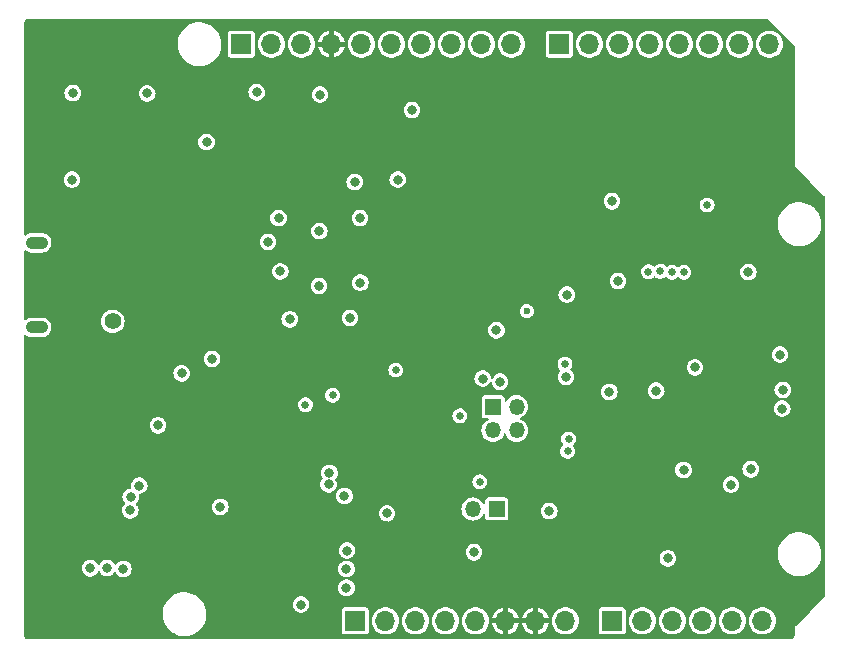
<source format=gbr>
%TF.GenerationSoftware,KiCad,Pcbnew,7.0.1*%
%TF.CreationDate,2023-05-12T19:52:32+02:00*%
%TF.ProjectId,UFO-FPGA,55464f2d-4650-4474-912e-6b696361645f,V0.8*%
%TF.SameCoordinates,Original*%
%TF.FileFunction,Copper,L2,Inr*%
%TF.FilePolarity,Positive*%
%FSLAX46Y46*%
G04 Gerber Fmt 4.6, Leading zero omitted, Abs format (unit mm)*
G04 Created by KiCad (PCBNEW 7.0.1) date 2023-05-12 19:52:32*
%MOMM*%
%LPD*%
G01*
G04 APERTURE LIST*
%TA.AperFunction,ComponentPad*%
%ADD10R,1.700000X1.700000*%
%TD*%
%TA.AperFunction,ComponentPad*%
%ADD11O,1.700000X1.700000*%
%TD*%
%TA.AperFunction,ComponentPad*%
%ADD12O,1.900000X1.050000*%
%TD*%
%TA.AperFunction,ComponentPad*%
%ADD13R,1.350000X1.350000*%
%TD*%
%TA.AperFunction,ComponentPad*%
%ADD14O,1.350000X1.350000*%
%TD*%
%TA.AperFunction,ViaPad*%
%ADD15C,0.800000*%
%TD*%
%TA.AperFunction,ViaPad*%
%ADD16C,0.650000*%
%TD*%
%TA.AperFunction,ViaPad*%
%ADD17C,1.400000*%
%TD*%
%TA.AperFunction,ViaPad*%
%ADD18C,0.900000*%
%TD*%
%TA.AperFunction,ViaPad*%
%ADD19C,1.000000*%
%TD*%
%TA.AperFunction,ViaPad*%
%ADD20C,0.600000*%
%TD*%
G04 APERTURE END LIST*
D10*
%TO.N,PIN-22*%
%TO.C,J2*%
X161710000Y-99500000D03*
D11*
%TO.N,PIN-21*%
X164250000Y-99500000D03*
%TO.N,PIN-20*%
X166790000Y-99500000D03*
%TO.N,PIN-19*%
X169330000Y-99500000D03*
%TO.N,PIN-18*%
X171870000Y-99500000D03*
%TO.N,AIN1*%
X174410000Y-99500000D03*
%TD*%
D10*
%TO.N,PIN-1*%
%TO.C,J3*%
X130304000Y-50680000D03*
D11*
%TO.N,PIN-2*%
X132844000Y-50680000D03*
%TO.N,PIN-3*%
X135384000Y-50680000D03*
%TO.N,GND*%
X137924000Y-50680000D03*
%TO.N,PIN-4*%
X140464000Y-50680000D03*
%TO.N,PIN-5*%
X143004000Y-50680000D03*
%TO.N,PIN-6*%
X145544000Y-50680000D03*
%TO.N,PIN-7*%
X148084000Y-50680000D03*
%TO.N,PIN-8*%
X150624000Y-50680000D03*
%TO.N,PIN-9*%
X153164000Y-50680000D03*
%TD*%
D12*
%TO.N,unconnected-(J5-Shield-Pad6)*%
%TO.C,J5*%
X112970000Y-67505000D03*
X112970000Y-74655000D03*
%TD*%
D10*
%TO.N,PIN-10*%
%TO.C,J4*%
X157228000Y-50680000D03*
D11*
%TO.N,PIN-11*%
X159768000Y-50680000D03*
%TO.N,PIN-12*%
X162308000Y-50680000D03*
%TO.N,PIN-13*%
X164848000Y-50680000D03*
%TO.N,PIN-14*%
X167388000Y-50680000D03*
%TO.N,PIN-15*%
X169928000Y-50680000D03*
%TO.N,PIN-16*%
X172468000Y-50680000D03*
%TO.N,PIN-17*%
X175008000Y-50680000D03*
%TD*%
D13*
%TO.N,Flash-MISO*%
%TO.C,J6*%
X151610000Y-81380000D03*
D14*
%TO.N,/BANK 4 - SPI Programming/ICE_MISO*%
X153610000Y-81380000D03*
%TO.N,/BANK 4 - SPI Programming/ICE_MOSI*%
X151610000Y-83380000D03*
%TO.N,Flash-MOSI*%
X153610000Y-83380000D03*
%TD*%
D13*
%TO.N,ICE_SS_B*%
%TO.C,JP1*%
X151910000Y-90030000D03*
D14*
%TO.N,/BANK 4 - SPI Programming/N25-CS*%
X149910000Y-90030000D03*
%TD*%
D10*
%TO.N,PIN-25*%
%TO.C,J1*%
X139960000Y-99500000D03*
D11*
%TO.N,PIN-24*%
X142500000Y-99500000D03*
%TO.N,PIN-23*%
X145040000Y-99500000D03*
%TO.N,+3V3*%
X147580000Y-99500000D03*
%TO.N,+5V*%
X150120000Y-99500000D03*
%TO.N,GND*%
X152660000Y-99500000D03*
X155200000Y-99500000D03*
%TO.N,unconnected-(J1-Pin_8-Pad8)*%
X157740000Y-99500000D03*
%TD*%
D15*
%TO.N,+3V3*%
X127825000Y-77325000D03*
X173228000Y-69977000D03*
X143530000Y-62140000D03*
X150000000Y-93700000D03*
X120890000Y-90140000D03*
X121650000Y-88050000D03*
X132560000Y-67410000D03*
X176090000Y-81530000D03*
X139900000Y-62350000D03*
X133600000Y-69925000D03*
X151900000Y-74900000D03*
X131600000Y-54750000D03*
X175895000Y-76962000D03*
D16*
X148800000Y-82150000D03*
D15*
X116025000Y-54825000D03*
X156362400Y-90220800D03*
X161670000Y-63980000D03*
X166410000Y-94210000D03*
X128525000Y-89850000D03*
X115950000Y-62150000D03*
X136900000Y-66500000D03*
X171750000Y-87975000D03*
X125250000Y-78550000D03*
X139500000Y-73850000D03*
X123250000Y-82950000D03*
X152200000Y-79260000D03*
X144740000Y-56260000D03*
X127350000Y-58975000D03*
X122325000Y-54850000D03*
X120940000Y-89030000D03*
X136960000Y-54950000D03*
X134400000Y-73975000D03*
%TO.N,+5V*%
X139200000Y-95100000D03*
D17*
X119410000Y-74150000D03*
D15*
X139250000Y-93550000D03*
X117520000Y-95050000D03*
X120310000Y-95110000D03*
X118940000Y-95030000D03*
X139200000Y-96700000D03*
%TO.N,GND*%
X164680000Y-57020000D03*
X123990000Y-64970000D03*
X127130000Y-86260000D03*
D16*
X155850000Y-93825000D03*
X146950000Y-55650000D03*
D15*
X116025000Y-56625000D03*
X134480000Y-86640000D03*
X158100000Y-96660000D03*
X134225000Y-82850000D03*
X166570000Y-73520000D03*
X121700000Y-79525000D03*
D16*
X139475000Y-52725000D03*
D15*
X136940000Y-56660000D03*
X122325000Y-56600000D03*
X179175000Y-76400000D03*
X117440000Y-76540000D03*
D16*
X165925000Y-97750000D03*
D15*
X158440000Y-86390000D03*
X132875000Y-95825000D03*
X129410000Y-67765500D03*
X143275000Y-76225000D03*
X165250000Y-70940000D03*
X147025000Y-92225000D03*
X123920000Y-66880000D03*
X124640000Y-93540000D03*
X140300000Y-54380000D03*
X176480000Y-54480000D03*
X161800000Y-53930000D03*
X160980000Y-96660000D03*
X150900000Y-72600000D03*
X173925000Y-95150000D03*
X139550000Y-66400000D03*
X155300000Y-91625000D03*
X119680000Y-64630000D03*
X122770000Y-71560000D03*
X113170000Y-89660000D03*
X139050000Y-92000000D03*
X117400000Y-72200000D03*
X171470000Y-55350000D03*
X157580000Y-81410000D03*
X154240000Y-78410000D03*
X144010000Y-71650000D03*
D16*
X148900000Y-55100000D03*
D15*
X131800000Y-53310000D03*
X149075000Y-78250000D03*
X152650000Y-94350000D03*
X176040000Y-78420000D03*
X169140000Y-52960000D03*
X153630000Y-53040000D03*
X114560000Y-64060000D03*
X152010000Y-87470000D03*
X127300000Y-56675000D03*
D16*
X146750000Y-63850000D03*
D15*
X147050000Y-94175000D03*
X125320000Y-53230000D03*
X134970000Y-84650000D03*
X136900000Y-73850000D03*
X116000000Y-60175000D03*
X113170000Y-97980000D03*
X123260000Y-75530000D03*
D16*
X151250000Y-86075000D03*
D15*
X153100000Y-62250000D03*
X131000000Y-64950000D03*
D16*
X152775000Y-80150000D03*
D18*
X142550000Y-91440000D03*
D16*
X144650000Y-82280000D03*
D15*
X166260000Y-70940000D03*
X173510000Y-55500000D03*
X149290000Y-53080000D03*
X126750000Y-81625000D03*
X166870000Y-53360000D03*
X144650000Y-90225000D03*
X173950000Y-73410000D03*
X169510000Y-70260000D03*
X132710000Y-72910000D03*
X167480000Y-59730000D03*
X116340000Y-91100000D03*
X117150000Y-73150000D03*
D19*
X120830000Y-92470000D03*
D15*
X173500000Y-66325000D03*
X151920000Y-76660000D03*
X167280000Y-70940000D03*
X128840000Y-83930000D03*
X163380000Y-64050000D03*
D16*
X127425000Y-61950000D03*
D15*
X167975000Y-93950000D03*
X151430000Y-70250000D03*
X159860000Y-61740000D03*
D16*
X153300000Y-85225000D03*
D15*
X163420000Y-91670000D03*
X172010000Y-97400000D03*
X156340000Y-58620000D03*
X140900000Y-72425000D03*
X176600000Y-99325000D03*
X143750000Y-84630000D03*
X112960000Y-77430000D03*
X154960000Y-66410000D03*
D16*
X138100000Y-81900000D03*
D15*
X153130000Y-63770000D03*
D16*
X151075000Y-66975000D03*
X151100000Y-68525000D03*
X155025000Y-81400000D03*
D15*
X126740000Y-75680000D03*
X173250000Y-88280000D03*
X175750000Y-96575000D03*
X175770000Y-72410000D03*
D16*
X123625000Y-58825000D03*
D15*
X123180000Y-73490000D03*
X173920000Y-53020000D03*
D16*
X146950000Y-53125000D03*
X156750000Y-94950000D03*
D15*
X132900000Y-93710000D03*
X145810000Y-62050000D03*
X132860000Y-97950000D03*
D16*
X134325000Y-80400000D03*
D15*
X160070000Y-82690000D03*
X132650000Y-70675000D03*
X170560000Y-57010000D03*
X133540000Y-90200000D03*
X143625000Y-94950000D03*
X124400000Y-92450000D03*
X153060000Y-60610000D03*
X176570000Y-61520000D03*
X115650000Y-52500000D03*
X142820000Y-64050000D03*
X147250000Y-82375000D03*
D16*
%TO.N,PIN-1*%
X164770000Y-69940000D03*
%TO.N,PIN-3*%
X165769290Y-69919396D03*
%TO.N,PIN-5*%
X166766810Y-69982322D03*
%TO.N,PIN-10*%
X169730000Y-64290000D03*
D15*
%TO.N,/POWER/PG1V2*%
X142630000Y-90410000D03*
X135350000Y-98130000D03*
%TO.N,/BANK 4 - SPI Programming/VCCPLL1*%
X176140000Y-79950000D03*
%TO.N,+1V2*%
X165420000Y-80020000D03*
X157852000Y-71891000D03*
X162179000Y-70739000D03*
X168700000Y-78050000D03*
X139030000Y-88920000D03*
X137680000Y-87950000D03*
X161460000Y-80110000D03*
X137760000Y-86980000D03*
X167740000Y-86720000D03*
X173430000Y-86670000D03*
D20*
%TO.N,ICE_CLK*%
X154460000Y-73290000D03*
D16*
X157700000Y-77750000D03*
D15*
%TO.N,/BANK 4 - SPI Programming/VCCPLL0*%
X157784800Y-78841600D03*
D16*
%TO.N,ICE_CDONE*%
X143375000Y-78275000D03*
X158000000Y-84100000D03*
%TO.N,ICE_SS_B*%
X135725000Y-81200000D03*
%TO.N,ICE_CREST*%
X157925000Y-85150000D03*
X138025000Y-80400000D03*
D15*
%TO.N,+1V8*%
X140350000Y-65400000D03*
X133450000Y-65400000D03*
X136875000Y-71150000D03*
X140375000Y-70875000D03*
%TO.N,/BANK 4 - SPI Programming/N25-CS*%
X150723600Y-78994000D03*
D16*
X150490000Y-87730000D03*
%TO.N,PIN-7*%
X167766283Y-69990049D03*
%TD*%
%TA.AperFunction,Conductor*%
%TO.N,GND*%
G36*
X174839774Y-48546133D02*
G01*
X174863781Y-48562174D01*
X177125826Y-50824218D01*
X177141867Y-50848225D01*
X177147500Y-50876544D01*
X177147500Y-60903432D01*
X177155562Y-60928246D01*
X177158272Y-60939534D01*
X177162354Y-60965304D01*
X177174198Y-60988549D01*
X177178641Y-60999277D01*
X177186703Y-61024089D01*
X177202038Y-61045197D01*
X177208103Y-61055094D01*
X177219949Y-61078341D01*
X177238794Y-61097186D01*
X177238797Y-61097190D01*
X177242515Y-61100908D01*
X177242516Y-61100909D01*
X178460479Y-62318872D01*
X179665826Y-63524218D01*
X179681867Y-63548225D01*
X179687500Y-63576544D01*
X179687500Y-97473456D01*
X179681867Y-97501775D01*
X179665826Y-97525781D01*
X178401818Y-98789789D01*
X177242516Y-99949091D01*
X177219950Y-99971657D01*
X177215476Y-99980436D01*
X177208103Y-99994907D01*
X177202043Y-100004796D01*
X177186701Y-100025912D01*
X177178640Y-100050722D01*
X177174199Y-100061445D01*
X177162353Y-100084695D01*
X177158270Y-100110468D01*
X177155561Y-100121752D01*
X177147500Y-100146566D01*
X177147500Y-100713149D01*
X177146867Y-100722809D01*
X177136453Y-100801905D01*
X177131453Y-100820563D01*
X177102795Y-100889750D01*
X177093136Y-100906481D01*
X177047549Y-100965890D01*
X177033890Y-100979549D01*
X176974481Y-101025136D01*
X176957750Y-101034795D01*
X176888563Y-101063453D01*
X176869905Y-101068453D01*
X176806330Y-101076823D01*
X176790807Y-101078867D01*
X176781149Y-101079500D01*
X112274851Y-101079500D01*
X112265192Y-101078867D01*
X112245705Y-101076301D01*
X112186094Y-101068453D01*
X112167436Y-101063453D01*
X112098249Y-101034795D01*
X112081523Y-101025138D01*
X112022108Y-100979548D01*
X112008450Y-100965890D01*
X111962859Y-100906474D01*
X111953204Y-100889750D01*
X111924546Y-100820563D01*
X111919546Y-100801904D01*
X111912852Y-100751060D01*
X111909133Y-100722808D01*
X111908500Y-100713149D01*
X111908500Y-100649423D01*
X111908482Y-100649304D01*
X111908471Y-100602205D01*
X111908093Y-99007768D01*
X123623788Y-99007768D01*
X123653413Y-99277015D01*
X123711708Y-99499999D01*
X123721928Y-99539088D01*
X123827870Y-99788390D01*
X123968982Y-100019610D01*
X124142255Y-100227820D01*
X124343998Y-100408582D01*
X124569910Y-100558044D01*
X124786349Y-100659506D01*
X124815178Y-100673021D01*
X125074568Y-100751060D01*
X125342558Y-100790500D01*
X125342561Y-100790500D01*
X125545625Y-100790500D01*
X125545631Y-100790500D01*
X125748156Y-100775677D01*
X126012553Y-100716780D01*
X126265558Y-100620014D01*
X126501777Y-100487441D01*
X126621668Y-100394865D01*
X138809500Y-100394865D01*
X138812414Y-100419989D01*
X138812415Y-100419991D01*
X138857794Y-100522765D01*
X138937235Y-100602206D01*
X139040009Y-100647585D01*
X139065135Y-100650500D01*
X140854864Y-100650499D01*
X140854865Y-100650499D01*
X140865168Y-100649304D01*
X140879991Y-100647585D01*
X140982765Y-100602206D01*
X141062206Y-100522765D01*
X141107585Y-100419991D01*
X141110500Y-100394865D01*
X141110499Y-99499999D01*
X141344570Y-99499999D01*
X141364243Y-99712309D01*
X141422594Y-99917389D01*
X141517632Y-100108254D01*
X141607926Y-100227820D01*
X141646128Y-100278407D01*
X141803698Y-100422052D01*
X141984981Y-100534298D01*
X142183802Y-100611321D01*
X142393390Y-100650500D01*
X142606609Y-100650500D01*
X142606610Y-100650500D01*
X142816198Y-100611321D01*
X143015019Y-100534298D01*
X143196302Y-100422052D01*
X143353872Y-100278407D01*
X143468300Y-100126881D01*
X143482367Y-100108254D01*
X143577405Y-99917389D01*
X143635756Y-99712309D01*
X143655429Y-99500000D01*
X143884570Y-99500000D01*
X143904243Y-99712309D01*
X143962594Y-99917389D01*
X144057632Y-100108254D01*
X144147926Y-100227820D01*
X144186128Y-100278407D01*
X144343698Y-100422052D01*
X144524981Y-100534298D01*
X144723802Y-100611321D01*
X144933390Y-100650500D01*
X145146609Y-100650500D01*
X145146610Y-100650500D01*
X145356198Y-100611321D01*
X145555019Y-100534298D01*
X145736302Y-100422052D01*
X145893872Y-100278407D01*
X146008300Y-100126881D01*
X146022367Y-100108254D01*
X146117405Y-99917389D01*
X146175756Y-99712309D01*
X146195429Y-99500000D01*
X146424570Y-99500000D01*
X146444243Y-99712309D01*
X146502594Y-99917389D01*
X146597632Y-100108254D01*
X146687926Y-100227820D01*
X146726128Y-100278407D01*
X146883698Y-100422052D01*
X147064981Y-100534298D01*
X147263802Y-100611321D01*
X147473390Y-100650500D01*
X147686609Y-100650500D01*
X147686610Y-100650500D01*
X147896198Y-100611321D01*
X148095019Y-100534298D01*
X148276302Y-100422052D01*
X148433872Y-100278407D01*
X148548300Y-100126881D01*
X148562367Y-100108254D01*
X148657405Y-99917389D01*
X148715756Y-99712309D01*
X148735429Y-99500000D01*
X148964570Y-99500000D01*
X148984243Y-99712309D01*
X149042594Y-99917389D01*
X149137632Y-100108254D01*
X149227926Y-100227820D01*
X149266128Y-100278407D01*
X149423698Y-100422052D01*
X149604981Y-100534298D01*
X149803802Y-100611321D01*
X150013390Y-100650500D01*
X150226609Y-100650500D01*
X150226610Y-100650500D01*
X150436198Y-100611321D01*
X150635019Y-100534298D01*
X150816302Y-100422052D01*
X150973872Y-100278407D01*
X151088300Y-100126881D01*
X151102367Y-100108254D01*
X151197405Y-99917389D01*
X151252145Y-99725000D01*
X151528375Y-99725000D01*
X151583062Y-99917209D01*
X151678059Y-100107990D01*
X151806496Y-100278065D01*
X151964004Y-100421653D01*
X152145204Y-100533847D01*
X152343939Y-100610838D01*
X152434999Y-100627859D01*
X152435000Y-100627859D01*
X152435000Y-99725000D01*
X152885000Y-99725000D01*
X152885000Y-100627859D01*
X152976060Y-100610838D01*
X153174795Y-100533847D01*
X153355995Y-100421653D01*
X153513503Y-100278065D01*
X153641940Y-100107990D01*
X153736937Y-99917209D01*
X153791625Y-99725000D01*
X154068375Y-99725000D01*
X154123062Y-99917209D01*
X154218059Y-100107990D01*
X154346496Y-100278065D01*
X154504004Y-100421653D01*
X154685204Y-100533847D01*
X154883939Y-100610838D01*
X154974999Y-100627859D01*
X154975000Y-100627859D01*
X154975000Y-99725000D01*
X155425000Y-99725000D01*
X155425000Y-100627859D01*
X155516060Y-100610838D01*
X155714795Y-100533847D01*
X155895995Y-100421653D01*
X156053503Y-100278065D01*
X156181940Y-100107990D01*
X156276937Y-99917209D01*
X156331625Y-99725000D01*
X155425000Y-99725000D01*
X154975000Y-99725000D01*
X154068375Y-99725000D01*
X153791625Y-99725000D01*
X152885000Y-99725000D01*
X152435000Y-99725000D01*
X151528375Y-99725000D01*
X151252145Y-99725000D01*
X151255756Y-99712309D01*
X151275429Y-99500000D01*
X156584570Y-99500000D01*
X156604243Y-99712309D01*
X156662594Y-99917389D01*
X156757632Y-100108254D01*
X156847926Y-100227820D01*
X156886128Y-100278407D01*
X157043698Y-100422052D01*
X157224981Y-100534298D01*
X157423802Y-100611321D01*
X157633390Y-100650500D01*
X157846609Y-100650500D01*
X157846610Y-100650500D01*
X158056198Y-100611321D01*
X158255019Y-100534298D01*
X158436302Y-100422052D01*
X158466125Y-100394865D01*
X160559500Y-100394865D01*
X160562414Y-100419989D01*
X160562415Y-100419991D01*
X160607794Y-100522765D01*
X160687235Y-100602206D01*
X160790009Y-100647585D01*
X160815135Y-100650500D01*
X162604864Y-100650499D01*
X162604865Y-100650499D01*
X162615168Y-100649304D01*
X162629991Y-100647585D01*
X162732765Y-100602206D01*
X162812206Y-100522765D01*
X162857585Y-100419991D01*
X162860500Y-100394865D01*
X162860499Y-99500000D01*
X163094570Y-99500000D01*
X163114243Y-99712309D01*
X163172594Y-99917389D01*
X163267632Y-100108254D01*
X163357926Y-100227820D01*
X163396128Y-100278407D01*
X163553698Y-100422052D01*
X163734981Y-100534298D01*
X163933802Y-100611321D01*
X164143390Y-100650500D01*
X164356609Y-100650500D01*
X164356610Y-100650500D01*
X164566198Y-100611321D01*
X164765019Y-100534298D01*
X164946302Y-100422052D01*
X165103872Y-100278407D01*
X165218300Y-100126881D01*
X165232367Y-100108254D01*
X165327405Y-99917389D01*
X165385756Y-99712309D01*
X165405429Y-99500000D01*
X165634570Y-99500000D01*
X165654243Y-99712309D01*
X165712594Y-99917389D01*
X165807632Y-100108254D01*
X165897926Y-100227820D01*
X165936128Y-100278407D01*
X166093698Y-100422052D01*
X166274981Y-100534298D01*
X166473802Y-100611321D01*
X166683390Y-100650500D01*
X166896609Y-100650500D01*
X166896610Y-100650500D01*
X167106198Y-100611321D01*
X167305019Y-100534298D01*
X167486302Y-100422052D01*
X167643872Y-100278407D01*
X167758300Y-100126881D01*
X167772367Y-100108254D01*
X167867405Y-99917389D01*
X167925756Y-99712309D01*
X167945429Y-99500000D01*
X168174570Y-99500000D01*
X168194243Y-99712309D01*
X168252594Y-99917389D01*
X168347632Y-100108254D01*
X168437926Y-100227820D01*
X168476128Y-100278407D01*
X168633698Y-100422052D01*
X168814981Y-100534298D01*
X169013802Y-100611321D01*
X169223390Y-100650500D01*
X169436609Y-100650500D01*
X169436610Y-100650500D01*
X169646198Y-100611321D01*
X169845019Y-100534298D01*
X170026302Y-100422052D01*
X170183872Y-100278407D01*
X170298300Y-100126881D01*
X170312367Y-100108254D01*
X170407405Y-99917389D01*
X170465756Y-99712309D01*
X170485429Y-99500000D01*
X170714570Y-99500000D01*
X170734243Y-99712309D01*
X170792594Y-99917389D01*
X170887632Y-100108254D01*
X170977926Y-100227820D01*
X171016128Y-100278407D01*
X171173698Y-100422052D01*
X171354981Y-100534298D01*
X171553802Y-100611321D01*
X171763390Y-100650500D01*
X171976609Y-100650500D01*
X171976610Y-100650500D01*
X172186198Y-100611321D01*
X172385019Y-100534298D01*
X172566302Y-100422052D01*
X172723872Y-100278407D01*
X172838300Y-100126881D01*
X172852367Y-100108254D01*
X172947405Y-99917389D01*
X173005756Y-99712309D01*
X173025429Y-99500000D01*
X173254570Y-99500000D01*
X173274243Y-99712309D01*
X173332594Y-99917389D01*
X173427632Y-100108254D01*
X173517926Y-100227820D01*
X173556128Y-100278407D01*
X173713698Y-100422052D01*
X173894981Y-100534298D01*
X174093802Y-100611321D01*
X174303390Y-100650500D01*
X174516609Y-100650500D01*
X174516610Y-100650500D01*
X174726198Y-100611321D01*
X174925019Y-100534298D01*
X175106302Y-100422052D01*
X175263872Y-100278407D01*
X175378300Y-100126881D01*
X175392367Y-100108254D01*
X175487405Y-99917389D01*
X175545756Y-99712309D01*
X175565429Y-99500000D01*
X175545756Y-99287690D01*
X175487405Y-99082610D01*
X175392367Y-98891745D01*
X175290832Y-98757294D01*
X175263872Y-98721593D01*
X175106302Y-98577948D01*
X174925019Y-98465702D01*
X174726198Y-98388679D01*
X174516610Y-98349500D01*
X174303390Y-98349500D01*
X174198596Y-98369089D01*
X174093801Y-98388679D01*
X173894980Y-98465702D01*
X173713701Y-98577946D01*
X173713698Y-98577948D01*
X173568042Y-98710732D01*
X173556125Y-98721596D01*
X173427632Y-98891745D01*
X173332594Y-99082610D01*
X173274243Y-99287690D01*
X173254570Y-99500000D01*
X173025429Y-99500000D01*
X173005756Y-99287690D01*
X172947405Y-99082610D01*
X172852367Y-98891745D01*
X172750832Y-98757294D01*
X172723872Y-98721593D01*
X172566302Y-98577948D01*
X172385019Y-98465702D01*
X172186198Y-98388679D01*
X171976610Y-98349500D01*
X171763390Y-98349500D01*
X171658596Y-98369089D01*
X171553801Y-98388679D01*
X171354980Y-98465702D01*
X171173701Y-98577946D01*
X171173698Y-98577948D01*
X171028042Y-98710732D01*
X171016125Y-98721596D01*
X170887632Y-98891745D01*
X170792594Y-99082610D01*
X170734243Y-99287690D01*
X170714570Y-99500000D01*
X170485429Y-99500000D01*
X170465756Y-99287690D01*
X170407405Y-99082610D01*
X170312367Y-98891745D01*
X170210832Y-98757294D01*
X170183872Y-98721593D01*
X170026302Y-98577948D01*
X169845019Y-98465702D01*
X169646198Y-98388679D01*
X169436610Y-98349500D01*
X169223390Y-98349500D01*
X169118596Y-98369089D01*
X169013801Y-98388679D01*
X168814980Y-98465702D01*
X168633701Y-98577946D01*
X168633698Y-98577948D01*
X168488042Y-98710732D01*
X168476125Y-98721596D01*
X168347632Y-98891745D01*
X168252594Y-99082610D01*
X168194243Y-99287690D01*
X168174570Y-99500000D01*
X167945429Y-99500000D01*
X167925756Y-99287690D01*
X167867405Y-99082610D01*
X167772367Y-98891745D01*
X167670832Y-98757294D01*
X167643872Y-98721593D01*
X167486302Y-98577948D01*
X167305019Y-98465702D01*
X167106198Y-98388679D01*
X166896610Y-98349500D01*
X166683390Y-98349500D01*
X166578596Y-98369089D01*
X166473801Y-98388679D01*
X166274980Y-98465702D01*
X166093701Y-98577946D01*
X166093698Y-98577948D01*
X165948042Y-98710732D01*
X165936125Y-98721596D01*
X165807632Y-98891745D01*
X165712594Y-99082610D01*
X165654243Y-99287690D01*
X165634570Y-99500000D01*
X165405429Y-99500000D01*
X165385756Y-99287690D01*
X165327405Y-99082610D01*
X165232367Y-98891745D01*
X165130832Y-98757294D01*
X165103872Y-98721593D01*
X164946302Y-98577948D01*
X164765019Y-98465702D01*
X164566198Y-98388679D01*
X164356610Y-98349500D01*
X164143390Y-98349500D01*
X164038596Y-98369089D01*
X163933801Y-98388679D01*
X163734980Y-98465702D01*
X163553701Y-98577946D01*
X163553698Y-98577948D01*
X163408042Y-98710732D01*
X163396125Y-98721596D01*
X163267632Y-98891745D01*
X163172594Y-99082610D01*
X163114243Y-99287690D01*
X163094570Y-99500000D01*
X162860499Y-99500000D01*
X162860499Y-98605136D01*
X162860249Y-98602984D01*
X162857585Y-98580010D01*
X162857585Y-98580009D01*
X162812206Y-98477235D01*
X162732765Y-98397794D01*
X162687384Y-98377756D01*
X162629990Y-98352414D01*
X162604865Y-98349500D01*
X160815134Y-98349500D01*
X160790010Y-98352414D01*
X160687235Y-98397794D01*
X160607794Y-98477235D01*
X160562414Y-98580009D01*
X160559500Y-98605134D01*
X160559500Y-100394865D01*
X158466125Y-100394865D01*
X158593872Y-100278407D01*
X158708300Y-100126881D01*
X158722367Y-100108254D01*
X158817405Y-99917389D01*
X158875756Y-99712309D01*
X158895429Y-99500000D01*
X158875756Y-99287690D01*
X158817405Y-99082610D01*
X158722367Y-98891745D01*
X158620832Y-98757294D01*
X158593872Y-98721593D01*
X158436302Y-98577948D01*
X158255019Y-98465702D01*
X158056198Y-98388679D01*
X157846610Y-98349500D01*
X157633390Y-98349500D01*
X157528596Y-98369089D01*
X157423801Y-98388679D01*
X157224980Y-98465702D01*
X157043701Y-98577946D01*
X157043698Y-98577948D01*
X156898042Y-98710732D01*
X156886125Y-98721596D01*
X156757632Y-98891745D01*
X156662594Y-99082610D01*
X156604243Y-99287690D01*
X156584570Y-99500000D01*
X151275429Y-99500000D01*
X151255756Y-99287690D01*
X151252145Y-99275000D01*
X151528375Y-99275000D01*
X152435000Y-99275000D01*
X152435000Y-98372141D01*
X152434999Y-98372140D01*
X152885000Y-98372140D01*
X152885000Y-99275000D01*
X153791625Y-99275000D01*
X154068375Y-99275000D01*
X154975000Y-99275000D01*
X154975000Y-98372141D01*
X154974999Y-98372140D01*
X155425000Y-98372140D01*
X155425000Y-99275000D01*
X156331625Y-99275000D01*
X156276937Y-99082790D01*
X156181940Y-98892009D01*
X156053503Y-98721934D01*
X155895995Y-98578346D01*
X155714795Y-98466152D01*
X155516060Y-98389161D01*
X155425000Y-98372140D01*
X154974999Y-98372140D01*
X154883939Y-98389161D01*
X154685204Y-98466152D01*
X154504004Y-98578346D01*
X154346496Y-98721934D01*
X154218059Y-98892009D01*
X154123062Y-99082790D01*
X154068375Y-99275000D01*
X153791625Y-99275000D01*
X153736937Y-99082790D01*
X153641940Y-98892009D01*
X153513503Y-98721934D01*
X153355995Y-98578346D01*
X153174795Y-98466152D01*
X152976060Y-98389161D01*
X152885000Y-98372140D01*
X152434999Y-98372140D01*
X152343939Y-98389161D01*
X152145204Y-98466152D01*
X151964004Y-98578346D01*
X151806496Y-98721934D01*
X151678059Y-98892009D01*
X151583062Y-99082790D01*
X151528375Y-99275000D01*
X151252145Y-99275000D01*
X151197405Y-99082610D01*
X151102367Y-98891745D01*
X151000832Y-98757294D01*
X150973872Y-98721593D01*
X150816302Y-98577948D01*
X150635019Y-98465702D01*
X150436198Y-98388679D01*
X150226610Y-98349500D01*
X150013390Y-98349500D01*
X149908596Y-98369089D01*
X149803801Y-98388679D01*
X149604980Y-98465702D01*
X149423701Y-98577946D01*
X149423698Y-98577948D01*
X149278042Y-98710732D01*
X149266125Y-98721596D01*
X149137632Y-98891745D01*
X149042594Y-99082610D01*
X148984243Y-99287690D01*
X148964570Y-99500000D01*
X148735429Y-99500000D01*
X148715756Y-99287690D01*
X148657405Y-99082610D01*
X148562367Y-98891745D01*
X148460832Y-98757294D01*
X148433872Y-98721593D01*
X148276302Y-98577948D01*
X148095019Y-98465702D01*
X147896198Y-98388679D01*
X147686610Y-98349500D01*
X147473390Y-98349500D01*
X147368596Y-98369089D01*
X147263801Y-98388679D01*
X147064980Y-98465702D01*
X146883701Y-98577946D01*
X146883698Y-98577948D01*
X146738042Y-98710732D01*
X146726125Y-98721596D01*
X146597632Y-98891745D01*
X146502594Y-99082610D01*
X146444243Y-99287690D01*
X146424570Y-99500000D01*
X146195429Y-99500000D01*
X146175756Y-99287690D01*
X146117405Y-99082610D01*
X146022367Y-98891745D01*
X145920832Y-98757294D01*
X145893872Y-98721593D01*
X145736302Y-98577948D01*
X145555019Y-98465702D01*
X145356198Y-98388679D01*
X145146610Y-98349500D01*
X144933390Y-98349500D01*
X144828596Y-98369089D01*
X144723801Y-98388679D01*
X144524980Y-98465702D01*
X144343701Y-98577946D01*
X144343698Y-98577948D01*
X144198042Y-98710732D01*
X144186125Y-98721596D01*
X144057632Y-98891745D01*
X143962594Y-99082610D01*
X143904243Y-99287690D01*
X143884570Y-99500000D01*
X143655429Y-99500000D01*
X143635756Y-99287690D01*
X143577405Y-99082610D01*
X143482367Y-98891745D01*
X143380832Y-98757294D01*
X143353872Y-98721593D01*
X143196302Y-98577948D01*
X143015019Y-98465702D01*
X142816198Y-98388679D01*
X142606610Y-98349500D01*
X142393390Y-98349500D01*
X142288596Y-98369089D01*
X142183801Y-98388679D01*
X141984980Y-98465702D01*
X141803701Y-98577946D01*
X141803698Y-98577948D01*
X141658042Y-98710732D01*
X141646125Y-98721596D01*
X141517632Y-98891745D01*
X141422594Y-99082610D01*
X141364243Y-99287690D01*
X141344570Y-99499999D01*
X141110499Y-99499999D01*
X141110499Y-98605136D01*
X141110249Y-98602984D01*
X141107585Y-98580010D01*
X141107585Y-98580009D01*
X141062206Y-98477235D01*
X140982765Y-98397794D01*
X140937384Y-98377756D01*
X140879990Y-98352414D01*
X140854865Y-98349500D01*
X139065134Y-98349500D01*
X139040010Y-98352414D01*
X138937235Y-98397794D01*
X138857794Y-98477235D01*
X138812414Y-98580009D01*
X138809500Y-98605134D01*
X138809500Y-100394865D01*
X126621668Y-100394865D01*
X126716177Y-100321888D01*
X126904186Y-100126881D01*
X127061799Y-99906579D01*
X127185656Y-99665675D01*
X127273118Y-99409305D01*
X127322319Y-99142933D01*
X127332212Y-98872235D01*
X127302586Y-98602982D01*
X127234072Y-98340912D01*
X127144444Y-98129999D01*
X134644354Y-98129999D01*
X134664859Y-98298871D01*
X134725180Y-98457927D01*
X134725181Y-98457929D01*
X134725182Y-98457930D01*
X134821817Y-98597929D01*
X134949148Y-98710734D01*
X135099775Y-98789790D01*
X135264944Y-98830500D01*
X135435055Y-98830500D01*
X135435056Y-98830500D01*
X135600225Y-98789790D01*
X135750852Y-98710734D01*
X135878183Y-98597929D01*
X135974818Y-98457930D01*
X136035140Y-98298872D01*
X136055645Y-98130000D01*
X136035140Y-97961128D01*
X135996935Y-97860389D01*
X135974819Y-97802072D01*
X135974818Y-97802070D01*
X135878183Y-97662071D01*
X135750852Y-97549266D01*
X135600225Y-97470210D01*
X135435056Y-97429500D01*
X135264944Y-97429500D01*
X135099775Y-97470209D01*
X135099775Y-97470210D01*
X134949146Y-97549267D01*
X134821818Y-97662070D01*
X134725180Y-97802072D01*
X134664859Y-97961128D01*
X134644354Y-98129999D01*
X127144444Y-98129999D01*
X127128130Y-98091610D01*
X126987018Y-97860390D01*
X126813745Y-97652180D01*
X126612002Y-97471418D01*
X126386090Y-97321956D01*
X126298156Y-97280734D01*
X126140821Y-97206978D01*
X125881431Y-97128939D01*
X125613442Y-97089500D01*
X125613439Y-97089500D01*
X125410369Y-97089500D01*
X125207844Y-97104322D01*
X125207844Y-97104323D01*
X124943443Y-97163221D01*
X124690445Y-97259984D01*
X124454222Y-97392559D01*
X124239820Y-97558114D01*
X124051814Y-97753118D01*
X123894200Y-97973421D01*
X123770345Y-98214321D01*
X123682881Y-98470698D01*
X123633681Y-98737064D01*
X123623788Y-99007768D01*
X111908093Y-99007768D01*
X111907545Y-96699999D01*
X138494354Y-96699999D01*
X138514859Y-96868871D01*
X138575180Y-97027927D01*
X138575181Y-97027929D01*
X138575182Y-97027930D01*
X138671817Y-97167929D01*
X138799148Y-97280734D01*
X138949775Y-97359790D01*
X139114944Y-97400500D01*
X139285055Y-97400500D01*
X139285056Y-97400500D01*
X139450225Y-97359790D01*
X139600852Y-97280734D01*
X139728183Y-97167929D01*
X139824818Y-97027930D01*
X139885140Y-96868872D01*
X139905645Y-96700000D01*
X139885140Y-96531128D01*
X139824818Y-96372070D01*
X139728183Y-96232071D01*
X139600852Y-96119266D01*
X139450225Y-96040210D01*
X139285056Y-95999500D01*
X139114944Y-95999500D01*
X138949774Y-96040210D01*
X138949775Y-96040210D01*
X138799146Y-96119267D01*
X138671818Y-96232070D01*
X138575180Y-96372072D01*
X138514859Y-96531128D01*
X138494354Y-96699999D01*
X111907545Y-96699999D01*
X111907153Y-95050000D01*
X116814354Y-95050000D01*
X116834859Y-95218871D01*
X116895180Y-95377927D01*
X116895181Y-95377929D01*
X116895182Y-95377930D01*
X116991817Y-95517929D01*
X117119148Y-95630734D01*
X117269775Y-95709790D01*
X117434944Y-95750500D01*
X117605055Y-95750500D01*
X117605056Y-95750500D01*
X117770225Y-95709790D01*
X117920852Y-95630734D01*
X118048183Y-95517929D01*
X118144818Y-95377930D01*
X118164602Y-95325761D01*
X118191755Y-95291105D01*
X118233791Y-95278005D01*
X118275829Y-95291104D01*
X118302983Y-95325764D01*
X118304051Y-95328581D01*
X118315182Y-95357930D01*
X118411817Y-95497929D01*
X118539148Y-95610734D01*
X118689775Y-95689790D01*
X118854944Y-95730500D01*
X119025055Y-95730500D01*
X119025056Y-95730500D01*
X119190225Y-95689790D01*
X119340852Y-95610734D01*
X119468183Y-95497929D01*
X119542826Y-95389789D01*
X119573354Y-95364348D01*
X119612645Y-95358369D01*
X119649362Y-95373577D01*
X119672916Y-95405588D01*
X119685181Y-95437927D01*
X119685182Y-95437930D01*
X119781817Y-95577929D01*
X119909148Y-95690734D01*
X120059775Y-95769790D01*
X120224944Y-95810500D01*
X120395055Y-95810500D01*
X120395056Y-95810500D01*
X120560225Y-95769790D01*
X120710852Y-95690734D01*
X120838183Y-95577929D01*
X120934818Y-95437930D01*
X120995140Y-95278872D01*
X121015645Y-95110000D01*
X121014431Y-95099999D01*
X138494354Y-95099999D01*
X138514859Y-95268871D01*
X138575180Y-95427927D01*
X138575181Y-95427929D01*
X138575182Y-95427930D01*
X138671817Y-95567929D01*
X138799148Y-95680734D01*
X138949775Y-95759790D01*
X139114944Y-95800500D01*
X139285055Y-95800500D01*
X139285056Y-95800500D01*
X139450225Y-95759790D01*
X139600852Y-95680734D01*
X139728183Y-95567929D01*
X139824818Y-95427930D01*
X139885140Y-95268872D01*
X139905645Y-95100000D01*
X139885140Y-94931128D01*
X139861878Y-94869790D01*
X139824819Y-94772072D01*
X139824818Y-94772070D01*
X139728183Y-94632071D01*
X139600852Y-94519266D01*
X139450225Y-94440210D01*
X139285056Y-94399500D01*
X139114944Y-94399500D01*
X138949774Y-94440210D01*
X138949775Y-94440210D01*
X138799146Y-94519267D01*
X138724187Y-94585675D01*
X138671817Y-94632071D01*
X138664914Y-94642072D01*
X138575180Y-94772072D01*
X138514859Y-94931128D01*
X138494354Y-95099999D01*
X121014431Y-95099999D01*
X120995140Y-94941128D01*
X120987570Y-94921166D01*
X120934819Y-94782072D01*
X120930387Y-94775651D01*
X120838183Y-94642071D01*
X120710852Y-94529266D01*
X120560225Y-94450210D01*
X120395056Y-94409500D01*
X120224944Y-94409500D01*
X120100347Y-94440210D01*
X120059775Y-94450210D01*
X119909146Y-94529267D01*
X119781815Y-94642072D01*
X119707174Y-94750207D01*
X119676644Y-94775651D01*
X119637354Y-94781630D01*
X119600636Y-94766421D01*
X119577083Y-94734410D01*
X119564819Y-94702072D01*
X119564818Y-94702070D01*
X119468183Y-94562071D01*
X119340852Y-94449266D01*
X119190225Y-94370210D01*
X119025056Y-94329500D01*
X118854944Y-94329500D01*
X118773800Y-94349500D01*
X118689775Y-94370210D01*
X118539146Y-94449267D01*
X118411818Y-94562070D01*
X118315181Y-94702071D01*
X118295398Y-94754235D01*
X118268243Y-94788895D01*
X118226206Y-94801994D01*
X118184169Y-94788894D01*
X118157016Y-94754235D01*
X118144818Y-94722070D01*
X118048183Y-94582071D01*
X117920852Y-94469266D01*
X117770225Y-94390210D01*
X117605056Y-94349500D01*
X117434944Y-94349500D01*
X117315780Y-94378871D01*
X117269775Y-94390210D01*
X117119146Y-94469267D01*
X117014392Y-94562071D01*
X116991817Y-94582071D01*
X116959605Y-94628737D01*
X116895180Y-94722072D01*
X116834859Y-94881128D01*
X116814354Y-95050000D01*
X111907153Y-95050000D01*
X111906797Y-93549999D01*
X138544354Y-93549999D01*
X138564859Y-93718871D01*
X138625180Y-93877927D01*
X138625181Y-93877929D01*
X138625182Y-93877930D01*
X138721817Y-94017929D01*
X138849148Y-94130734D01*
X138999775Y-94209790D01*
X139164944Y-94250500D01*
X139335055Y-94250500D01*
X139335056Y-94250500D01*
X139500225Y-94209790D01*
X139650852Y-94130734D01*
X139778183Y-94017929D01*
X139874818Y-93877930D01*
X139935140Y-93718872D01*
X139937432Y-93700000D01*
X149294354Y-93700000D01*
X149314859Y-93868871D01*
X149375180Y-94027927D01*
X149375181Y-94027929D01*
X149375182Y-94027930D01*
X149471817Y-94167929D01*
X149599148Y-94280734D01*
X149749775Y-94359790D01*
X149914944Y-94400500D01*
X150085055Y-94400500D01*
X150085056Y-94400500D01*
X150250225Y-94359790D01*
X150400852Y-94280734D01*
X150480694Y-94210000D01*
X165704354Y-94210000D01*
X165724859Y-94378871D01*
X165785180Y-94537927D01*
X165785181Y-94537929D01*
X165785182Y-94537930D01*
X165881817Y-94677929D01*
X166009148Y-94790734D01*
X166159775Y-94869790D01*
X166324944Y-94910500D01*
X166495055Y-94910500D01*
X166495056Y-94910500D01*
X166660225Y-94869790D01*
X166810852Y-94790734D01*
X166938183Y-94677929D01*
X167034818Y-94537930D01*
X167095140Y-94378872D01*
X167115645Y-94210000D01*
X167095140Y-94041128D01*
X167052149Y-93927768D01*
X175693788Y-93927768D01*
X175723413Y-94197015D01*
X175791927Y-94459086D01*
X175813855Y-94510687D01*
X175897870Y-94708390D01*
X176038982Y-94939610D01*
X176212255Y-95147820D01*
X176413998Y-95328582D01*
X176639910Y-95478044D01*
X176772104Y-95540014D01*
X176885178Y-95593021D01*
X177144568Y-95671060D01*
X177412558Y-95710500D01*
X177412561Y-95710500D01*
X177615625Y-95710500D01*
X177615631Y-95710500D01*
X177818156Y-95695677D01*
X178082553Y-95636780D01*
X178335558Y-95540014D01*
X178571777Y-95407441D01*
X178786177Y-95241888D01*
X178974186Y-95046881D01*
X179131799Y-94826579D01*
X179255656Y-94585675D01*
X179343118Y-94329305D01*
X179392319Y-94062933D01*
X179402212Y-93792235D01*
X179372586Y-93522982D01*
X179304072Y-93260912D01*
X179198130Y-93011610D01*
X179057018Y-92780390D01*
X178883745Y-92572180D01*
X178682002Y-92391418D01*
X178456090Y-92241956D01*
X178456088Y-92241955D01*
X178210821Y-92126978D01*
X177951431Y-92048939D01*
X177683442Y-92009500D01*
X177683439Y-92009500D01*
X177480369Y-92009500D01*
X177277844Y-92024322D01*
X177277844Y-92024323D01*
X177013443Y-92083221D01*
X176760445Y-92179984D01*
X176524222Y-92312559D01*
X176309820Y-92478114D01*
X176121814Y-92673118D01*
X175964200Y-92893421D01*
X175840345Y-93134321D01*
X175752881Y-93390698D01*
X175703681Y-93657064D01*
X175693788Y-93927768D01*
X167052149Y-93927768D01*
X167034818Y-93882070D01*
X166938183Y-93742071D01*
X166810852Y-93629266D01*
X166660225Y-93550210D01*
X166495056Y-93509500D01*
X166324944Y-93509500D01*
X166270245Y-93522982D01*
X166159775Y-93550210D01*
X166009146Y-93629267D01*
X165881818Y-93742070D01*
X165785180Y-93882072D01*
X165724859Y-94041128D01*
X165704354Y-94210000D01*
X150480694Y-94210000D01*
X150528183Y-94167929D01*
X150624818Y-94027930D01*
X150685140Y-93868872D01*
X150705645Y-93700000D01*
X150685140Y-93531128D01*
X150631883Y-93390698D01*
X150624819Y-93372072D01*
X150624818Y-93372070D01*
X150528183Y-93232071D01*
X150400852Y-93119266D01*
X150250225Y-93040210D01*
X150085056Y-92999500D01*
X149914944Y-92999500D01*
X149749775Y-93040209D01*
X149749775Y-93040210D01*
X149599146Y-93119267D01*
X149471818Y-93232070D01*
X149375180Y-93372072D01*
X149314859Y-93531128D01*
X149294354Y-93700000D01*
X139937432Y-93700000D01*
X139955645Y-93550000D01*
X139935140Y-93381128D01*
X139878611Y-93232071D01*
X139874819Y-93222072D01*
X139874818Y-93222070D01*
X139778183Y-93082071D01*
X139650852Y-92969266D01*
X139500225Y-92890210D01*
X139335056Y-92849500D01*
X139164944Y-92849500D01*
X138999774Y-92890210D01*
X138999775Y-92890210D01*
X138849146Y-92969267D01*
X138721818Y-93082070D01*
X138625180Y-93222072D01*
X138564859Y-93381128D01*
X138544354Y-93549999D01*
X111906797Y-93549999D01*
X111905987Y-90140000D01*
X120184354Y-90140000D01*
X120204859Y-90308871D01*
X120265180Y-90467927D01*
X120265181Y-90467929D01*
X120265182Y-90467930D01*
X120361817Y-90607929D01*
X120489148Y-90720734D01*
X120639775Y-90799790D01*
X120804944Y-90840500D01*
X120975055Y-90840500D01*
X120975056Y-90840500D01*
X121140225Y-90799790D01*
X121290852Y-90720734D01*
X121418183Y-90607929D01*
X121514818Y-90467930D01*
X121575140Y-90308872D01*
X121595645Y-90140000D01*
X121575140Y-89971128D01*
X121529203Y-89850000D01*
X121529203Y-89849999D01*
X127819354Y-89849999D01*
X127839859Y-90018871D01*
X127900180Y-90177927D01*
X127900181Y-90177929D01*
X127900182Y-90177930D01*
X127996817Y-90317929D01*
X128124148Y-90430734D01*
X128274775Y-90509790D01*
X128439944Y-90550500D01*
X128610055Y-90550500D01*
X128610056Y-90550500D01*
X128775225Y-90509790D01*
X128925852Y-90430734D01*
X128949256Y-90410000D01*
X141924354Y-90410000D01*
X141944859Y-90578871D01*
X142005180Y-90737927D01*
X142005181Y-90737929D01*
X142005182Y-90737930D01*
X142101817Y-90877929D01*
X142229148Y-90990734D01*
X142379775Y-91069790D01*
X142544944Y-91110500D01*
X142715055Y-91110500D01*
X142715056Y-91110500D01*
X142880225Y-91069790D01*
X143030852Y-90990734D01*
X143158183Y-90877929D01*
X143254818Y-90737930D01*
X143315140Y-90578872D01*
X143335645Y-90410000D01*
X143315140Y-90241128D01*
X143307431Y-90220800D01*
X143254819Y-90082072D01*
X143218876Y-90030000D01*
X148929780Y-90030000D01*
X148948615Y-90221231D01*
X149004395Y-90405115D01*
X149018088Y-90430732D01*
X149094977Y-90574581D01*
X149216880Y-90723120D01*
X149365419Y-90845023D01*
X149534886Y-90935605D01*
X149718769Y-90991385D01*
X149910000Y-91010220D01*
X150101231Y-90991385D01*
X150285114Y-90935605D01*
X150454581Y-90845023D01*
X150603120Y-90723120D01*
X150725023Y-90574581D01*
X150795239Y-90443216D01*
X150830512Y-90410449D01*
X150878480Y-90406318D01*
X150918837Y-90432573D01*
X150934500Y-90478100D01*
X150934500Y-90749865D01*
X150937414Y-90774989D01*
X150937415Y-90774991D01*
X150982794Y-90877765D01*
X151062235Y-90957206D01*
X151165009Y-91002585D01*
X151190135Y-91005500D01*
X152629864Y-91005499D01*
X152629865Y-91005499D01*
X152638239Y-91004527D01*
X152654991Y-91002585D01*
X152757765Y-90957206D01*
X152837206Y-90877765D01*
X152882585Y-90774991D01*
X152885500Y-90749865D01*
X152885500Y-90220800D01*
X155656754Y-90220800D01*
X155677259Y-90389671D01*
X155737580Y-90548727D01*
X155737581Y-90548729D01*
X155737582Y-90548730D01*
X155834217Y-90688729D01*
X155961548Y-90801534D01*
X156112175Y-90880590D01*
X156277344Y-90921300D01*
X156447455Y-90921300D01*
X156447456Y-90921300D01*
X156612625Y-90880590D01*
X156763252Y-90801534D01*
X156890583Y-90688729D01*
X156987218Y-90548730D01*
X157047540Y-90389672D01*
X157068045Y-90220800D01*
X157047540Y-90051928D01*
X156987218Y-89892870D01*
X156890583Y-89752871D01*
X156763252Y-89640066D01*
X156612625Y-89561010D01*
X156447456Y-89520300D01*
X156277344Y-89520300D01*
X156112175Y-89561009D01*
X156112175Y-89561010D01*
X155961546Y-89640067D01*
X155834218Y-89752870D01*
X155737580Y-89892872D01*
X155677259Y-90051928D01*
X155656754Y-90220800D01*
X152885500Y-90220800D01*
X152885499Y-89310136D01*
X152882585Y-89285009D01*
X152837206Y-89182235D01*
X152757765Y-89102794D01*
X152680357Y-89068615D01*
X152654990Y-89057414D01*
X152629865Y-89054500D01*
X151190134Y-89054500D01*
X151165010Y-89057414D01*
X151062235Y-89102794D01*
X150982794Y-89182235D01*
X150937414Y-89285009D01*
X150934500Y-89310134D01*
X150934500Y-89581898D01*
X150918838Y-89627425D01*
X150878481Y-89653680D01*
X150830512Y-89649550D01*
X150795238Y-89616782D01*
X150775465Y-89579789D01*
X150725023Y-89485419D01*
X150603120Y-89336880D01*
X150454581Y-89214977D01*
X150369847Y-89169686D01*
X150285115Y-89124395D01*
X150101231Y-89068615D01*
X149910000Y-89049780D01*
X149718768Y-89068615D01*
X149534884Y-89124395D01*
X149365419Y-89214977D01*
X149216880Y-89336880D01*
X149094977Y-89485419D01*
X149004395Y-89654884D01*
X148948615Y-89838768D01*
X148929780Y-90030000D01*
X143218876Y-90030000D01*
X143158183Y-89942071D01*
X143030852Y-89829266D01*
X142880225Y-89750210D01*
X142715056Y-89709500D01*
X142544944Y-89709500D01*
X142379774Y-89750210D01*
X142379775Y-89750210D01*
X142229146Y-89829267D01*
X142101818Y-89942070D01*
X142005180Y-90082072D01*
X141944859Y-90241128D01*
X141924354Y-90410000D01*
X128949256Y-90410000D01*
X129053183Y-90317929D01*
X129149818Y-90177930D01*
X129210140Y-90018872D01*
X129230645Y-89850000D01*
X129210140Y-89681128D01*
X129200187Y-89654884D01*
X129149819Y-89522072D01*
X129148596Y-89520300D01*
X129053183Y-89382071D01*
X128925852Y-89269266D01*
X128775225Y-89190210D01*
X128610056Y-89149500D01*
X128439944Y-89149500D01*
X128307131Y-89182235D01*
X128274775Y-89190210D01*
X128124146Y-89269267D01*
X127996818Y-89382070D01*
X127996817Y-89382071D01*
X127964605Y-89428737D01*
X127900180Y-89522072D01*
X127839859Y-89681128D01*
X127819354Y-89849999D01*
X121529203Y-89849999D01*
X121514819Y-89812072D01*
X121473955Y-89752871D01*
X121418183Y-89672071D01*
X121418182Y-89672070D01*
X121407422Y-89662537D01*
X121385415Y-89627735D01*
X121385415Y-89586558D01*
X121407423Y-89551757D01*
X121429252Y-89532417D01*
X121468183Y-89497929D01*
X121564818Y-89357930D01*
X121625140Y-89198872D01*
X121645645Y-89030000D01*
X121632288Y-88920000D01*
X138324354Y-88920000D01*
X138344859Y-89088871D01*
X138405180Y-89247927D01*
X138405181Y-89247929D01*
X138405182Y-89247930D01*
X138501817Y-89387929D01*
X138629148Y-89500734D01*
X138779775Y-89579790D01*
X138944944Y-89620500D01*
X139115055Y-89620500D01*
X139115056Y-89620500D01*
X139280225Y-89579790D01*
X139430852Y-89500734D01*
X139558183Y-89387929D01*
X139654818Y-89247930D01*
X139715140Y-89088872D01*
X139735645Y-88920000D01*
X139715140Y-88751128D01*
X139696535Y-88702070D01*
X139654819Y-88592072D01*
X139654818Y-88592070D01*
X139558183Y-88452071D01*
X139430852Y-88339266D01*
X139280225Y-88260210D01*
X139115056Y-88219500D01*
X138944944Y-88219500D01*
X138827062Y-88248555D01*
X138779775Y-88260210D01*
X138629146Y-88339267D01*
X138501818Y-88452070D01*
X138405180Y-88592072D01*
X138344859Y-88751128D01*
X138324354Y-88920000D01*
X121632288Y-88920000D01*
X121625140Y-88861128D01*
X121621199Y-88850738D01*
X121619312Y-88803913D01*
X121645936Y-88765341D01*
X121690391Y-88750500D01*
X121735055Y-88750500D01*
X121735056Y-88750500D01*
X121900225Y-88709790D01*
X122050852Y-88630734D01*
X122178183Y-88517929D01*
X122274818Y-88377930D01*
X122335140Y-88218872D01*
X122355645Y-88050000D01*
X122343503Y-87949999D01*
X136974354Y-87949999D01*
X136994859Y-88118871D01*
X137055180Y-88277927D01*
X137055181Y-88277929D01*
X137055182Y-88277930D01*
X137151817Y-88417929D01*
X137279148Y-88530734D01*
X137429775Y-88609790D01*
X137594944Y-88650500D01*
X137765055Y-88650500D01*
X137765056Y-88650500D01*
X137930225Y-88609790D01*
X138080852Y-88530734D01*
X138208183Y-88417929D01*
X138304818Y-88277930D01*
X138365140Y-88118872D01*
X138385645Y-87950000D01*
X138365140Y-87781128D01*
X138345750Y-87730000D01*
X149859906Y-87730000D01*
X149878214Y-87880789D01*
X149913943Y-87975000D01*
X149932079Y-88022819D01*
X150018368Y-88147830D01*
X150132066Y-88248557D01*
X150266566Y-88319148D01*
X150414051Y-88355500D01*
X150565947Y-88355500D01*
X150565949Y-88355500D01*
X150713434Y-88319148D01*
X150847934Y-88248557D01*
X150961632Y-88147830D01*
X151047921Y-88022819D01*
X151066056Y-87975000D01*
X171044354Y-87975000D01*
X171064859Y-88143871D01*
X171125180Y-88302927D01*
X171125181Y-88302929D01*
X171125182Y-88302930D01*
X171221817Y-88442929D01*
X171349148Y-88555734D01*
X171499775Y-88634790D01*
X171664944Y-88675500D01*
X171835055Y-88675500D01*
X171835056Y-88675500D01*
X172000225Y-88634790D01*
X172150852Y-88555734D01*
X172278183Y-88442929D01*
X172374818Y-88302930D01*
X172435140Y-88143872D01*
X172455645Y-87975000D01*
X172435140Y-87806128D01*
X172403262Y-87722072D01*
X172374819Y-87647072D01*
X172374818Y-87647070D01*
X172278183Y-87507071D01*
X172150852Y-87394266D01*
X172000225Y-87315210D01*
X171835056Y-87274500D01*
X171664944Y-87274500D01*
X171512113Y-87312169D01*
X171499775Y-87315210D01*
X171349146Y-87394267D01*
X171221818Y-87507070D01*
X171125180Y-87647072D01*
X171064859Y-87806128D01*
X171044354Y-87975000D01*
X151066056Y-87975000D01*
X151101785Y-87880791D01*
X151120094Y-87730000D01*
X151101785Y-87579209D01*
X151047921Y-87437181D01*
X150961632Y-87312170D01*
X150847934Y-87211443D01*
X150713434Y-87140852D01*
X150565949Y-87104500D01*
X150414051Y-87104500D01*
X150315727Y-87128734D01*
X150266565Y-87140852D01*
X150195974Y-87177901D01*
X150132066Y-87211443D01*
X150132064Y-87211444D01*
X150132065Y-87211444D01*
X150018368Y-87312169D01*
X149932078Y-87437182D01*
X149878214Y-87579210D01*
X149859906Y-87730000D01*
X138345750Y-87730000D01*
X138304818Y-87622070D01*
X138261156Y-87558815D01*
X138248597Y-87525699D01*
X138252867Y-87490538D01*
X138272987Y-87461390D01*
X138288183Y-87447929D01*
X138384818Y-87307930D01*
X138445140Y-87148872D01*
X138465645Y-86980000D01*
X138445140Y-86811128D01*
X138410580Y-86719999D01*
X167034354Y-86719999D01*
X167054859Y-86888871D01*
X167115180Y-87047927D01*
X167115181Y-87047929D01*
X167115182Y-87047930D01*
X167211817Y-87187929D01*
X167339148Y-87300734D01*
X167489775Y-87379790D01*
X167654944Y-87420500D01*
X167825055Y-87420500D01*
X167825056Y-87420500D01*
X167990225Y-87379790D01*
X168140852Y-87300734D01*
X168268183Y-87187929D01*
X168364818Y-87047930D01*
X168425140Y-86888872D01*
X168445645Y-86720000D01*
X168439574Y-86670000D01*
X172724354Y-86670000D01*
X172744859Y-86838871D01*
X172805180Y-86997927D01*
X172805181Y-86997929D01*
X172805182Y-86997930D01*
X172901817Y-87137929D01*
X173029148Y-87250734D01*
X173179775Y-87329790D01*
X173344944Y-87370500D01*
X173515055Y-87370500D01*
X173515056Y-87370500D01*
X173680225Y-87329790D01*
X173830852Y-87250734D01*
X173958183Y-87137929D01*
X174054818Y-86997930D01*
X174115140Y-86838872D01*
X174135645Y-86670000D01*
X174115140Y-86501128D01*
X174054818Y-86342070D01*
X173958183Y-86202071D01*
X173830852Y-86089266D01*
X173680225Y-86010210D01*
X173515056Y-85969500D01*
X173344944Y-85969500D01*
X173179775Y-86010209D01*
X173179775Y-86010210D01*
X173029146Y-86089267D01*
X172901818Y-86202070D01*
X172805180Y-86342072D01*
X172744859Y-86501128D01*
X172724354Y-86670000D01*
X168439574Y-86670000D01*
X168425140Y-86551128D01*
X168406178Y-86501128D01*
X168364819Y-86392072D01*
X168364818Y-86392070D01*
X168268183Y-86252071D01*
X168140852Y-86139266D01*
X167990225Y-86060210D01*
X167825056Y-86019500D01*
X167654944Y-86019500D01*
X167489775Y-86060209D01*
X167489775Y-86060210D01*
X167339146Y-86139267D01*
X167211818Y-86252070D01*
X167115180Y-86392072D01*
X167054859Y-86551128D01*
X167034354Y-86719999D01*
X138410580Y-86719999D01*
X138384818Y-86652070D01*
X138288183Y-86512071D01*
X138160852Y-86399266D01*
X138010225Y-86320210D01*
X137845056Y-86279500D01*
X137674944Y-86279500D01*
X137509774Y-86320210D01*
X137509775Y-86320210D01*
X137359146Y-86399267D01*
X137231818Y-86512070D01*
X137135180Y-86652072D01*
X137074859Y-86811128D01*
X137054354Y-86979999D01*
X137074859Y-87148871D01*
X137135180Y-87307927D01*
X137178842Y-87371182D01*
X137191401Y-87404299D01*
X137187133Y-87439459D01*
X137167013Y-87468608D01*
X137151817Y-87482070D01*
X137055180Y-87622072D01*
X136994859Y-87781128D01*
X136974354Y-87949999D01*
X122343503Y-87949999D01*
X122335140Y-87881128D01*
X122306697Y-87806128D01*
X122274819Y-87722072D01*
X122274818Y-87722070D01*
X122178183Y-87582071D01*
X122050852Y-87469266D01*
X121900225Y-87390210D01*
X121735056Y-87349500D01*
X121564944Y-87349500D01*
X121479743Y-87370500D01*
X121399775Y-87390210D01*
X121249146Y-87469267D01*
X121125046Y-87579210D01*
X121121817Y-87582071D01*
X121094206Y-87622072D01*
X121025180Y-87722072D01*
X120964859Y-87881128D01*
X120944354Y-88050000D01*
X120964859Y-88218868D01*
X120964859Y-88218869D01*
X120964860Y-88218872D01*
X120968800Y-88229261D01*
X120970688Y-88276087D01*
X120944064Y-88314659D01*
X120899609Y-88329500D01*
X120854944Y-88329500D01*
X120749457Y-88355500D01*
X120689775Y-88370210D01*
X120539146Y-88449267D01*
X120411818Y-88562070D01*
X120315180Y-88702072D01*
X120254859Y-88861128D01*
X120234354Y-89030000D01*
X120254859Y-89198871D01*
X120315180Y-89357927D01*
X120315181Y-89357929D01*
X120315182Y-89357930D01*
X120335889Y-89387929D01*
X120411817Y-89497929D01*
X120422577Y-89507462D01*
X120444584Y-89542264D01*
X120444584Y-89583440D01*
X120422577Y-89618242D01*
X120361817Y-89672070D01*
X120265180Y-89812072D01*
X120204859Y-89971128D01*
X120184354Y-90140000D01*
X111905987Y-90140000D01*
X111904802Y-85149999D01*
X157294906Y-85149999D01*
X157313214Y-85300789D01*
X157313215Y-85300791D01*
X157367079Y-85442819D01*
X157453368Y-85567830D01*
X157567066Y-85668557D01*
X157701566Y-85739148D01*
X157849051Y-85775500D01*
X158000947Y-85775500D01*
X158000949Y-85775500D01*
X158148434Y-85739148D01*
X158282934Y-85668557D01*
X158396632Y-85567830D01*
X158482921Y-85442819D01*
X158536785Y-85300791D01*
X158555094Y-85150000D01*
X158536785Y-84999209D01*
X158482921Y-84857181D01*
X158396632Y-84732170D01*
X158396631Y-84732169D01*
X158375684Y-84713611D01*
X158353677Y-84678809D01*
X158353677Y-84637632D01*
X158375685Y-84602831D01*
X158471630Y-84517832D01*
X158471630Y-84517831D01*
X158471632Y-84517830D01*
X158557921Y-84392819D01*
X158611785Y-84250791D01*
X158630094Y-84100000D01*
X158611785Y-83949209D01*
X158557921Y-83807181D01*
X158471632Y-83682170D01*
X158357934Y-83581443D01*
X158223434Y-83510852D01*
X158075949Y-83474500D01*
X157924051Y-83474500D01*
X157825727Y-83498734D01*
X157776565Y-83510852D01*
X157738684Y-83530734D01*
X157642066Y-83581443D01*
X157642064Y-83581444D01*
X157642065Y-83581444D01*
X157528368Y-83682169D01*
X157442078Y-83807182D01*
X157388214Y-83949210D01*
X157369906Y-84100000D01*
X157388214Y-84250789D01*
X157442078Y-84392817D01*
X157528368Y-84517830D01*
X157549315Y-84536388D01*
X157571322Y-84571190D01*
X157571322Y-84612366D01*
X157549315Y-84647168D01*
X157453368Y-84732169D01*
X157367078Y-84857182D01*
X157313214Y-84999210D01*
X157294906Y-85149999D01*
X111904802Y-85149999D01*
X111904280Y-82950000D01*
X122544354Y-82950000D01*
X122564859Y-83118871D01*
X122625180Y-83277927D01*
X122625181Y-83277929D01*
X122625182Y-83277930D01*
X122721817Y-83417929D01*
X122849148Y-83530734D01*
X122999775Y-83609790D01*
X123164944Y-83650500D01*
X123335055Y-83650500D01*
X123335056Y-83650500D01*
X123500225Y-83609790D01*
X123650852Y-83530734D01*
X123778183Y-83417929D01*
X123804364Y-83380000D01*
X150629780Y-83380000D01*
X150648615Y-83571231D01*
X150704395Y-83755115D01*
X150732225Y-83807181D01*
X150794977Y-83924581D01*
X150916880Y-84073120D01*
X151065419Y-84195023D01*
X151234886Y-84285605D01*
X151418769Y-84341385D01*
X151610000Y-84360220D01*
X151801231Y-84341385D01*
X151985114Y-84285605D01*
X152154581Y-84195023D01*
X152303120Y-84073120D01*
X152425023Y-83924581D01*
X152515605Y-83755114D01*
X152539186Y-83677374D01*
X152565918Y-83639420D01*
X152610000Y-83624857D01*
X152654082Y-83639420D01*
X152680813Y-83677374D01*
X152682268Y-83682170D01*
X152704395Y-83755115D01*
X152732225Y-83807181D01*
X152794977Y-83924581D01*
X152916880Y-84073120D01*
X153065419Y-84195023D01*
X153234886Y-84285605D01*
X153418769Y-84341385D01*
X153610000Y-84360220D01*
X153801231Y-84341385D01*
X153985114Y-84285605D01*
X154154581Y-84195023D01*
X154303120Y-84073120D01*
X154425023Y-83924581D01*
X154515605Y-83755114D01*
X154571385Y-83571231D01*
X154590220Y-83380000D01*
X154571385Y-83188769D01*
X154515605Y-83004886D01*
X154425023Y-82835419D01*
X154303120Y-82686880D01*
X154154581Y-82564977D01*
X154092769Y-82531938D01*
X153985112Y-82474393D01*
X153907375Y-82450812D01*
X153869419Y-82424080D01*
X153854857Y-82379998D01*
X153869420Y-82335916D01*
X153907374Y-82309186D01*
X153985114Y-82285605D01*
X154154581Y-82195023D01*
X154303120Y-82073120D01*
X154425023Y-81924581D01*
X154515605Y-81755114D01*
X154571385Y-81571231D01*
X154575446Y-81530000D01*
X175384354Y-81530000D01*
X175404859Y-81698871D01*
X175465180Y-81857927D01*
X175465181Y-81857929D01*
X175465182Y-81857930D01*
X175561817Y-81997929D01*
X175689148Y-82110734D01*
X175839775Y-82189790D01*
X176004944Y-82230500D01*
X176175055Y-82230500D01*
X176175056Y-82230500D01*
X176340225Y-82189790D01*
X176490852Y-82110734D01*
X176618183Y-81997929D01*
X176714818Y-81857930D01*
X176775140Y-81698872D01*
X176795645Y-81530000D01*
X176775140Y-81361128D01*
X176714818Y-81202070D01*
X176618183Y-81062071D01*
X176490852Y-80949266D01*
X176340225Y-80870210D01*
X176175056Y-80829500D01*
X176004944Y-80829500D01*
X175839774Y-80870210D01*
X175839775Y-80870210D01*
X175689146Y-80949267D01*
X175561818Y-81062070D01*
X175465180Y-81202072D01*
X175404859Y-81361128D01*
X175384354Y-81530000D01*
X154575446Y-81530000D01*
X154590220Y-81380000D01*
X154571385Y-81188769D01*
X154515605Y-81004886D01*
X154425023Y-80835419D01*
X154303120Y-80686880D01*
X154154581Y-80564977D01*
X154069847Y-80519686D01*
X153985115Y-80474395D01*
X153801231Y-80418615D01*
X153610000Y-80399780D01*
X153418768Y-80418615D01*
X153234884Y-80474395D01*
X153065419Y-80564977D01*
X152916880Y-80686880D01*
X152794977Y-80835419D01*
X152724761Y-80966783D01*
X152689487Y-80999551D01*
X152641518Y-81003681D01*
X152601161Y-80977426D01*
X152585499Y-80931899D01*
X152585499Y-80660134D01*
X152582585Y-80635010D01*
X152582585Y-80635009D01*
X152537206Y-80532235D01*
X152457765Y-80452794D01*
X152380357Y-80418615D01*
X152354990Y-80407414D01*
X152329865Y-80404500D01*
X150890134Y-80404500D01*
X150865010Y-80407414D01*
X150762235Y-80452794D01*
X150682794Y-80532235D01*
X150637414Y-80635009D01*
X150634500Y-80660134D01*
X150634500Y-82099865D01*
X150637414Y-82124989D01*
X150637415Y-82124991D01*
X150682794Y-82227765D01*
X150762235Y-82307206D01*
X150865009Y-82352585D01*
X150890135Y-82355500D01*
X151161900Y-82355499D01*
X151207425Y-82371161D01*
X151233680Y-82411518D01*
X151229550Y-82459486D01*
X151196782Y-82494761D01*
X151065419Y-82564977D01*
X150916880Y-82686880D01*
X150794977Y-82835419D01*
X150704395Y-83004884D01*
X150648615Y-83188768D01*
X150629780Y-83380000D01*
X123804364Y-83380000D01*
X123874818Y-83277930D01*
X123935140Y-83118872D01*
X123955645Y-82950000D01*
X123935140Y-82781128D01*
X123874818Y-82622070D01*
X123778183Y-82482071D01*
X123650852Y-82369266D01*
X123500225Y-82290210D01*
X123335056Y-82249500D01*
X123164944Y-82249500D01*
X122999775Y-82290209D01*
X122999775Y-82290210D01*
X122849146Y-82369267D01*
X122721818Y-82482070D01*
X122625180Y-82622072D01*
X122564859Y-82781128D01*
X122544354Y-82950000D01*
X111904280Y-82950000D01*
X111904090Y-82149999D01*
X148169906Y-82149999D01*
X148188214Y-82300789D01*
X148232899Y-82418615D01*
X148242079Y-82442819D01*
X148328368Y-82567830D01*
X148442066Y-82668557D01*
X148576566Y-82739148D01*
X148724051Y-82775500D01*
X148875947Y-82775500D01*
X148875949Y-82775500D01*
X149023434Y-82739148D01*
X149157934Y-82668557D01*
X149271632Y-82567830D01*
X149357921Y-82442819D01*
X149411785Y-82300791D01*
X149430094Y-82150000D01*
X149411785Y-81999209D01*
X149357921Y-81857181D01*
X149271632Y-81732170D01*
X149157934Y-81631443D01*
X149023434Y-81560852D01*
X148875949Y-81524500D01*
X148724051Y-81524500D01*
X148625727Y-81548734D01*
X148576565Y-81560852D01*
X148556790Y-81571231D01*
X148442066Y-81631443D01*
X148442064Y-81631444D01*
X148442065Y-81631444D01*
X148328368Y-81732169D01*
X148242078Y-81857182D01*
X148188214Y-81999210D01*
X148169906Y-82149999D01*
X111904090Y-82149999D01*
X111903865Y-81200000D01*
X135094906Y-81200000D01*
X135113214Y-81350789D01*
X135113215Y-81350791D01*
X135167079Y-81492819D01*
X135253368Y-81617830D01*
X135367066Y-81718557D01*
X135501566Y-81789148D01*
X135649051Y-81825500D01*
X135800947Y-81825500D01*
X135800949Y-81825500D01*
X135948434Y-81789148D01*
X136082934Y-81718557D01*
X136196632Y-81617830D01*
X136282921Y-81492819D01*
X136336785Y-81350791D01*
X136355094Y-81200000D01*
X136336785Y-81049209D01*
X136282921Y-80907181D01*
X136196632Y-80782170D01*
X136082934Y-80681443D01*
X135948434Y-80610852D01*
X135800949Y-80574500D01*
X135649051Y-80574500D01*
X135550727Y-80598734D01*
X135501565Y-80610852D01*
X135430974Y-80647901D01*
X135367066Y-80681443D01*
X135367064Y-80681444D01*
X135367065Y-80681444D01*
X135253368Y-80782169D01*
X135167078Y-80907182D01*
X135113214Y-81049210D01*
X135094906Y-81200000D01*
X111903865Y-81200000D01*
X111903675Y-80399999D01*
X137394906Y-80399999D01*
X137413214Y-80550789D01*
X137466287Y-80690732D01*
X137467079Y-80692819D01*
X137553368Y-80817830D01*
X137667066Y-80918557D01*
X137801566Y-80989148D01*
X137949051Y-81025500D01*
X138100947Y-81025500D01*
X138100949Y-81025500D01*
X138248434Y-80989148D01*
X138382934Y-80918557D01*
X138496632Y-80817830D01*
X138582921Y-80692819D01*
X138636785Y-80550791D01*
X138655094Y-80400000D01*
X138636785Y-80249209D01*
X138583990Y-80110000D01*
X160754354Y-80110000D01*
X160774859Y-80278871D01*
X160835180Y-80437927D01*
X160835181Y-80437929D01*
X160835182Y-80437930D01*
X160931817Y-80577929D01*
X161059148Y-80690734D01*
X161209775Y-80769790D01*
X161374944Y-80810500D01*
X161545055Y-80810500D01*
X161545056Y-80810500D01*
X161710225Y-80769790D01*
X161860852Y-80690734D01*
X161988183Y-80577929D01*
X162084818Y-80437930D01*
X162145140Y-80278872D01*
X162165645Y-80110000D01*
X162154717Y-80019999D01*
X164714354Y-80019999D01*
X164734859Y-80188871D01*
X164795180Y-80347927D01*
X164795181Y-80347929D01*
X164795182Y-80347930D01*
X164891817Y-80487929D01*
X165019148Y-80600734D01*
X165169775Y-80679790D01*
X165334944Y-80720500D01*
X165505055Y-80720500D01*
X165505056Y-80720500D01*
X165670225Y-80679790D01*
X165820852Y-80600734D01*
X165948183Y-80487929D01*
X166044818Y-80347930D01*
X166105140Y-80188872D01*
X166125645Y-80020000D01*
X166121051Y-79982169D01*
X166117145Y-79949999D01*
X175434354Y-79949999D01*
X175454859Y-80118871D01*
X175515180Y-80277927D01*
X175515181Y-80277929D01*
X175515182Y-80277930D01*
X175611817Y-80417929D01*
X175739148Y-80530734D01*
X175889775Y-80609790D01*
X176054944Y-80650500D01*
X176225055Y-80650500D01*
X176225056Y-80650500D01*
X176390225Y-80609790D01*
X176540852Y-80530734D01*
X176668183Y-80417929D01*
X176764818Y-80277930D01*
X176825140Y-80118872D01*
X176845645Y-79950000D01*
X176825140Y-79781128D01*
X176764818Y-79622070D01*
X176668183Y-79482071D01*
X176540852Y-79369266D01*
X176390225Y-79290210D01*
X176225056Y-79249500D01*
X176054944Y-79249500D01*
X175971524Y-79270061D01*
X175889775Y-79290210D01*
X175739146Y-79369267D01*
X175611818Y-79482070D01*
X175515180Y-79622072D01*
X175454859Y-79781128D01*
X175434354Y-79949999D01*
X166117145Y-79949999D01*
X166105140Y-79851128D01*
X166044819Y-79692072D01*
X166044818Y-79692070D01*
X165948183Y-79552071D01*
X165820852Y-79439266D01*
X165670225Y-79360210D01*
X165505056Y-79319500D01*
X165334944Y-79319500D01*
X165169774Y-79360210D01*
X165169775Y-79360210D01*
X165019146Y-79439267D01*
X164891818Y-79552070D01*
X164795180Y-79692072D01*
X164734859Y-79851128D01*
X164714354Y-80019999D01*
X162154717Y-80019999D01*
X162145140Y-79941128D01*
X162107065Y-79840732D01*
X162084819Y-79782072D01*
X162084818Y-79782070D01*
X161988183Y-79642071D01*
X161860852Y-79529266D01*
X161710225Y-79450210D01*
X161545056Y-79409500D01*
X161374944Y-79409500D01*
X161322874Y-79422334D01*
X161209775Y-79450210D01*
X161059146Y-79529267D01*
X160931818Y-79642070D01*
X160835180Y-79782072D01*
X160774859Y-79941128D01*
X160754354Y-80110000D01*
X138583990Y-80110000D01*
X138582921Y-80107181D01*
X138496632Y-79982170D01*
X138382934Y-79881443D01*
X138248434Y-79810852D01*
X138100949Y-79774500D01*
X137949051Y-79774500D01*
X137850727Y-79798734D01*
X137801565Y-79810852D01*
X137730974Y-79847901D01*
X137667066Y-79881443D01*
X137667064Y-79881444D01*
X137667065Y-79881444D01*
X137553368Y-79982169D01*
X137467078Y-80107182D01*
X137413214Y-80249210D01*
X137394906Y-80399999D01*
X111903675Y-80399999D01*
X111903236Y-78550000D01*
X124544354Y-78550000D01*
X124564859Y-78718871D01*
X124625180Y-78877927D01*
X124625181Y-78877929D01*
X124625182Y-78877930D01*
X124721817Y-79017929D01*
X124849148Y-79130734D01*
X124999775Y-79209790D01*
X125164944Y-79250500D01*
X125335055Y-79250500D01*
X125335056Y-79250500D01*
X125500225Y-79209790D01*
X125650852Y-79130734D01*
X125778183Y-79017929D01*
X125794700Y-78994000D01*
X150017954Y-78994000D01*
X150038459Y-79162871D01*
X150098780Y-79321927D01*
X150098781Y-79321928D01*
X150098782Y-79321930D01*
X150195417Y-79461929D01*
X150322748Y-79574734D01*
X150473375Y-79653790D01*
X150638544Y-79694500D01*
X150808655Y-79694500D01*
X150808656Y-79694500D01*
X150973825Y-79653790D01*
X151124452Y-79574734D01*
X151251783Y-79461929D01*
X151348418Y-79321930D01*
X151358195Y-79296147D01*
X151389101Y-79259061D01*
X151436304Y-79248927D01*
X151479711Y-79270061D01*
X151500846Y-79313467D01*
X151514860Y-79428872D01*
X151575180Y-79587927D01*
X151575181Y-79587929D01*
X151575182Y-79587930D01*
X151671817Y-79727929D01*
X151799148Y-79840734D01*
X151949775Y-79919790D01*
X152114944Y-79960500D01*
X152285055Y-79960500D01*
X152285056Y-79960500D01*
X152450225Y-79919790D01*
X152600852Y-79840734D01*
X152728183Y-79727929D01*
X152824818Y-79587930D01*
X152885140Y-79428872D01*
X152905645Y-79260000D01*
X152885140Y-79091128D01*
X152824818Y-78932070D01*
X152728183Y-78792071D01*
X152600852Y-78679266D01*
X152450225Y-78600210D01*
X152285056Y-78559500D01*
X152114944Y-78559500D01*
X151949774Y-78600210D01*
X151949775Y-78600210D01*
X151799146Y-78679267D01*
X151718741Y-78750500D01*
X151671817Y-78792071D01*
X151648999Y-78825128D01*
X151575181Y-78932071D01*
X151565404Y-78957852D01*
X151534496Y-78994939D01*
X151487293Y-79005071D01*
X151443887Y-78983937D01*
X151422753Y-78940531D01*
X151408740Y-78825128D01*
X151348419Y-78666072D01*
X151324027Y-78630734D01*
X151251783Y-78526071D01*
X151124452Y-78413266D01*
X150973825Y-78334210D01*
X150808656Y-78293500D01*
X150638544Y-78293500D01*
X150473375Y-78334209D01*
X150473375Y-78334210D01*
X150322746Y-78413267D01*
X150204607Y-78517929D01*
X150195417Y-78526071D01*
X150166602Y-78567817D01*
X150098780Y-78666072D01*
X150038459Y-78825128D01*
X150017954Y-78994000D01*
X125794700Y-78994000D01*
X125874818Y-78877930D01*
X125935140Y-78718872D01*
X125955645Y-78550000D01*
X125952739Y-78526071D01*
X125935140Y-78381128D01*
X125894891Y-78274999D01*
X142744906Y-78274999D01*
X142763214Y-78425789D01*
X142801245Y-78526070D01*
X142817079Y-78567819D01*
X142903368Y-78692830D01*
X143017066Y-78793557D01*
X143151566Y-78864148D01*
X143299051Y-78900500D01*
X143450947Y-78900500D01*
X143450949Y-78900500D01*
X143598434Y-78864148D01*
X143732934Y-78793557D01*
X143846632Y-78692830D01*
X143932921Y-78567819D01*
X143986785Y-78425791D01*
X144005094Y-78275000D01*
X143986785Y-78124209D01*
X143932921Y-77982181D01*
X143846632Y-77857170D01*
X143732934Y-77756443D01*
X143720658Y-77750000D01*
X157069906Y-77750000D01*
X157088214Y-77900789D01*
X157142078Y-78042817D01*
X157228368Y-78167830D01*
X157296143Y-78227873D01*
X157318150Y-78262674D01*
X157318150Y-78303851D01*
X157296143Y-78338653D01*
X157256617Y-78373669D01*
X157159980Y-78513672D01*
X157099659Y-78672728D01*
X157079154Y-78841599D01*
X157099659Y-79010471D01*
X157159980Y-79169527D01*
X157159981Y-79169529D01*
X157159982Y-79169530D01*
X157256617Y-79309529D01*
X157383948Y-79422334D01*
X157534575Y-79501390D01*
X157699744Y-79542100D01*
X157869855Y-79542100D01*
X157869856Y-79542100D01*
X158035025Y-79501390D01*
X158185652Y-79422334D01*
X158312983Y-79309529D01*
X158409618Y-79169530D01*
X158469940Y-79010472D01*
X158490445Y-78841600D01*
X158484611Y-78793557D01*
X158469940Y-78672728D01*
X158409619Y-78513672D01*
X158409618Y-78513670D01*
X158312983Y-78373671D01*
X158234172Y-78303851D01*
X158186173Y-78261327D01*
X158166053Y-78232178D01*
X158161784Y-78197017D01*
X158174343Y-78163902D01*
X158252965Y-78049999D01*
X167994354Y-78049999D01*
X168014859Y-78218871D01*
X168075180Y-78377927D01*
X168075181Y-78377929D01*
X168075182Y-78377930D01*
X168171817Y-78517929D01*
X168299148Y-78630734D01*
X168449775Y-78709790D01*
X168614944Y-78750500D01*
X168785055Y-78750500D01*
X168785056Y-78750500D01*
X168950225Y-78709790D01*
X169100852Y-78630734D01*
X169228183Y-78517929D01*
X169324818Y-78377930D01*
X169385140Y-78218872D01*
X169405645Y-78050000D01*
X169388127Y-77905732D01*
X169385140Y-77881128D01*
X169324819Y-77722072D01*
X169299818Y-77685852D01*
X169228183Y-77582071D01*
X169100852Y-77469266D01*
X168950225Y-77390210D01*
X168785056Y-77349500D01*
X168614944Y-77349500D01*
X168449774Y-77390210D01*
X168449775Y-77390210D01*
X168299146Y-77469267D01*
X168216219Y-77542734D01*
X168171817Y-77582071D01*
X168144401Y-77621790D01*
X168075180Y-77722072D01*
X168014859Y-77881128D01*
X167994354Y-78049999D01*
X158252965Y-78049999D01*
X158257921Y-78042819D01*
X158311785Y-77900791D01*
X158330094Y-77750000D01*
X158311785Y-77599209D01*
X158257921Y-77457181D01*
X158171632Y-77332170D01*
X158057934Y-77231443D01*
X157923434Y-77160852D01*
X157775949Y-77124500D01*
X157624051Y-77124500D01*
X157525727Y-77148734D01*
X157476565Y-77160852D01*
X157405973Y-77197901D01*
X157342066Y-77231443D01*
X157342064Y-77231444D01*
X157342065Y-77231444D01*
X157228368Y-77332169D01*
X157142078Y-77457182D01*
X157088214Y-77599210D01*
X157069906Y-77750000D01*
X143720658Y-77750000D01*
X143598434Y-77685852D01*
X143450949Y-77649500D01*
X143299051Y-77649500D01*
X143200727Y-77673734D01*
X143151565Y-77685852D01*
X143080974Y-77722901D01*
X143017066Y-77756443D01*
X143017064Y-77756444D01*
X143017065Y-77756444D01*
X142903368Y-77857169D01*
X142817078Y-77982182D01*
X142763214Y-78124210D01*
X142744906Y-78274999D01*
X125894891Y-78274999D01*
X125874819Y-78222072D01*
X125874516Y-78221633D01*
X125778183Y-78082071D01*
X125650852Y-77969266D01*
X125500225Y-77890210D01*
X125335056Y-77849500D01*
X125164944Y-77849500D01*
X125036623Y-77881128D01*
X124999775Y-77890210D01*
X124849146Y-77969267D01*
X124721818Y-78082070D01*
X124625180Y-78222072D01*
X124564859Y-78381128D01*
X124544354Y-78550000D01*
X111903236Y-78550000D01*
X111902945Y-77324999D01*
X127119354Y-77324999D01*
X127139859Y-77493871D01*
X127200180Y-77652927D01*
X127200181Y-77652929D01*
X127200182Y-77652930D01*
X127296817Y-77792929D01*
X127424148Y-77905734D01*
X127574775Y-77984790D01*
X127739944Y-78025500D01*
X127910055Y-78025500D01*
X127910056Y-78025500D01*
X128075225Y-77984790D01*
X128225852Y-77905734D01*
X128353183Y-77792929D01*
X128449818Y-77652930D01*
X128510140Y-77493872D01*
X128530645Y-77325000D01*
X128510140Y-77156128D01*
X128449818Y-76997070D01*
X128425611Y-76962000D01*
X175189354Y-76962000D01*
X175209859Y-77130871D01*
X175270180Y-77289927D01*
X175270181Y-77289929D01*
X175270182Y-77289930D01*
X175366817Y-77429929D01*
X175494148Y-77542734D01*
X175644775Y-77621790D01*
X175809944Y-77662500D01*
X175980055Y-77662500D01*
X175980056Y-77662500D01*
X176145225Y-77621790D01*
X176295852Y-77542734D01*
X176423183Y-77429929D01*
X176519818Y-77289930D01*
X176580140Y-77130872D01*
X176600645Y-76962000D01*
X176580140Y-76793128D01*
X176519818Y-76634070D01*
X176423183Y-76494071D01*
X176295852Y-76381266D01*
X176145225Y-76302210D01*
X175980056Y-76261500D01*
X175809944Y-76261500D01*
X175644774Y-76302210D01*
X175644775Y-76302210D01*
X175494146Y-76381267D01*
X175366818Y-76494070D01*
X175270180Y-76634072D01*
X175209859Y-76793128D01*
X175189354Y-76962000D01*
X128425611Y-76962000D01*
X128353183Y-76857071D01*
X128225852Y-76744266D01*
X128075225Y-76665210D01*
X127910056Y-76624500D01*
X127739944Y-76624500D01*
X127574775Y-76665209D01*
X127574775Y-76665210D01*
X127424146Y-76744267D01*
X127296818Y-76857070D01*
X127200180Y-76997072D01*
X127139859Y-77156128D01*
X127119354Y-77324999D01*
X111902945Y-77324999D01*
X111902477Y-75352729D01*
X111913585Y-75313718D01*
X111943590Y-75286422D01*
X111983477Y-75279045D01*
X112021258Y-75293801D01*
X112116901Y-75366507D01*
X112116902Y-75366507D01*
X112116903Y-75366508D01*
X112279859Y-75441900D01*
X112279860Y-75441900D01*
X112279862Y-75441901D01*
X112455221Y-75480500D01*
X113439760Y-75480500D01*
X113439761Y-75480500D01*
X113573506Y-75465954D01*
X113658583Y-75437287D01*
X113743662Y-75408622D01*
X113897517Y-75316050D01*
X114027875Y-75192569D01*
X114128640Y-75043951D01*
X114195101Y-74877147D01*
X114224150Y-74699955D01*
X114214429Y-74520661D01*
X114166393Y-74347649D01*
X114082286Y-74189008D01*
X114049152Y-74149999D01*
X118404659Y-74149999D01*
X118423976Y-74346132D01*
X118481186Y-74534728D01*
X118492413Y-74555732D01*
X118574090Y-74708538D01*
X118699117Y-74860883D01*
X118851462Y-74985910D01*
X119025273Y-75078814D01*
X119213868Y-75136024D01*
X119410000Y-75155341D01*
X119606132Y-75136024D01*
X119794727Y-75078814D01*
X119968538Y-74985910D01*
X120073219Y-74900000D01*
X151194354Y-74900000D01*
X151214859Y-75068871D01*
X151275180Y-75227927D01*
X151275181Y-75227929D01*
X151275182Y-75227930D01*
X151371817Y-75367929D01*
X151499148Y-75480734D01*
X151649775Y-75559790D01*
X151814944Y-75600500D01*
X151985055Y-75600500D01*
X151985056Y-75600500D01*
X152150225Y-75559790D01*
X152300852Y-75480734D01*
X152428183Y-75367929D01*
X152524818Y-75227930D01*
X152585140Y-75068872D01*
X152605645Y-74900000D01*
X152585140Y-74731128D01*
X152576573Y-74708538D01*
X152524819Y-74572072D01*
X152513542Y-74555734D01*
X152428183Y-74432071D01*
X152300852Y-74319266D01*
X152150225Y-74240210D01*
X151985056Y-74199500D01*
X151814944Y-74199500D01*
X151649775Y-74240209D01*
X151649775Y-74240210D01*
X151499146Y-74319267D01*
X151371818Y-74432070D01*
X151275180Y-74572072D01*
X151214859Y-74731128D01*
X151194354Y-74900000D01*
X120073219Y-74900000D01*
X120120883Y-74860883D01*
X120245910Y-74708538D01*
X120338814Y-74534727D01*
X120396024Y-74346132D01*
X120415341Y-74150000D01*
X120398105Y-73975000D01*
X133694354Y-73975000D01*
X133714859Y-74143871D01*
X133775180Y-74302927D01*
X133775181Y-74302929D01*
X133775182Y-74302930D01*
X133871817Y-74442929D01*
X133999148Y-74555734D01*
X134149775Y-74634790D01*
X134314944Y-74675500D01*
X134485055Y-74675500D01*
X134485056Y-74675500D01*
X134650225Y-74634790D01*
X134800852Y-74555734D01*
X134928183Y-74442929D01*
X135024818Y-74302930D01*
X135085140Y-74143872D01*
X135105645Y-73975000D01*
X135103201Y-73954876D01*
X135090467Y-73849999D01*
X138794354Y-73849999D01*
X138814859Y-74018871D01*
X138875180Y-74177927D01*
X138875181Y-74177929D01*
X138875182Y-74177930D01*
X138971817Y-74317929D01*
X139099148Y-74430734D01*
X139249775Y-74509790D01*
X139414944Y-74550500D01*
X139585055Y-74550500D01*
X139585056Y-74550500D01*
X139750225Y-74509790D01*
X139900852Y-74430734D01*
X140028183Y-74317929D01*
X140124818Y-74177930D01*
X140185140Y-74018872D01*
X140205645Y-73850000D01*
X140185140Y-73681128D01*
X140124818Y-73522070D01*
X140028183Y-73382071D01*
X139924256Y-73290000D01*
X153854317Y-73290000D01*
X153874956Y-73446762D01*
X153935464Y-73592842D01*
X153977075Y-73647070D01*
X154031718Y-73718282D01*
X154092958Y-73765273D01*
X154157157Y-73814535D01*
X154157158Y-73814535D01*
X154157159Y-73814536D01*
X154303238Y-73875044D01*
X154460000Y-73895682D01*
X154616762Y-73875044D01*
X154762841Y-73814536D01*
X154888282Y-73718282D01*
X154984536Y-73592841D01*
X155045044Y-73446762D01*
X155065682Y-73290000D01*
X155045044Y-73133238D01*
X154984536Y-72987159D01*
X154984535Y-72987158D01*
X154984535Y-72987157D01*
X154951001Y-72943455D01*
X154888282Y-72861718D01*
X154825561Y-72813590D01*
X154762842Y-72765464D01*
X154616762Y-72704956D01*
X154460000Y-72684317D01*
X154303237Y-72704956D01*
X154157157Y-72765464D01*
X154031718Y-72861718D01*
X153935464Y-72987157D01*
X153874956Y-73133237D01*
X153854317Y-73290000D01*
X139924256Y-73290000D01*
X139900852Y-73269266D01*
X139750225Y-73190210D01*
X139585056Y-73149500D01*
X139414944Y-73149500D01*
X139356212Y-73163976D01*
X139249775Y-73190210D01*
X139099146Y-73269267D01*
X138971818Y-73382070D01*
X138971817Y-73382071D01*
X138963399Y-73394267D01*
X138875180Y-73522072D01*
X138814859Y-73681128D01*
X138794354Y-73849999D01*
X135090467Y-73849999D01*
X135085140Y-73806128D01*
X135024819Y-73647072D01*
X135024818Y-73647070D01*
X134928183Y-73507071D01*
X134800852Y-73394266D01*
X134650225Y-73315210D01*
X134485056Y-73274500D01*
X134314944Y-73274500D01*
X134154319Y-73314090D01*
X134149775Y-73315210D01*
X133999146Y-73394267D01*
X133948521Y-73439117D01*
X133871817Y-73507071D01*
X133839605Y-73553737D01*
X133775180Y-73647072D01*
X133714859Y-73806128D01*
X133694354Y-73975000D01*
X120398105Y-73975000D01*
X120396024Y-73953868D01*
X120338814Y-73765273D01*
X120245910Y-73591462D01*
X120120883Y-73439117D01*
X119968538Y-73314090D01*
X119881632Y-73267638D01*
X119794728Y-73221186D01*
X119606132Y-73163976D01*
X119410000Y-73144659D01*
X119213867Y-73163976D01*
X119025271Y-73221186D01*
X118851462Y-73314090D01*
X118699117Y-73439117D01*
X118574090Y-73591462D01*
X118481186Y-73765271D01*
X118423976Y-73953867D01*
X118404659Y-74149999D01*
X114049152Y-74149999D01*
X113966044Y-74052157D01*
X113823099Y-73943493D01*
X113823098Y-73943492D01*
X113823096Y-73943491D01*
X113660140Y-73868099D01*
X113484779Y-73829500D01*
X112500240Y-73829500D01*
X112500239Y-73829500D01*
X112366493Y-73844045D01*
X112196338Y-73901377D01*
X112042481Y-73993950D01*
X112027032Y-74008584D01*
X111989106Y-74027714D01*
X111946910Y-74022838D01*
X111914346Y-73995563D01*
X111902145Y-73954879D01*
X111901656Y-71890999D01*
X157146354Y-71890999D01*
X157166859Y-72059871D01*
X157227180Y-72218927D01*
X157227181Y-72218929D01*
X157227182Y-72218930D01*
X157323817Y-72358929D01*
X157451148Y-72471734D01*
X157601775Y-72550790D01*
X157766944Y-72591500D01*
X157937055Y-72591500D01*
X157937056Y-72591500D01*
X158102225Y-72550790D01*
X158252852Y-72471734D01*
X158380183Y-72358929D01*
X158476818Y-72218930D01*
X158537140Y-72059872D01*
X158557645Y-71891000D01*
X158537140Y-71722128D01*
X158476818Y-71563070D01*
X158380183Y-71423071D01*
X158252852Y-71310266D01*
X158102225Y-71231210D01*
X157937056Y-71190500D01*
X157766944Y-71190500D01*
X157601774Y-71231210D01*
X157601775Y-71231210D01*
X157451146Y-71310267D01*
X157323818Y-71423070D01*
X157227180Y-71563072D01*
X157166859Y-71722128D01*
X157146354Y-71890999D01*
X111901656Y-71890999D01*
X111901480Y-71149999D01*
X136169354Y-71149999D01*
X136189859Y-71318871D01*
X136250180Y-71477927D01*
X136250181Y-71477929D01*
X136250182Y-71477930D01*
X136346817Y-71617929D01*
X136474148Y-71730734D01*
X136624775Y-71809790D01*
X136789944Y-71850500D01*
X136960055Y-71850500D01*
X136960056Y-71850500D01*
X137125225Y-71809790D01*
X137275852Y-71730734D01*
X137403183Y-71617929D01*
X137499818Y-71477930D01*
X137560140Y-71318872D01*
X137580645Y-71150000D01*
X137560140Y-70981128D01*
X137532358Y-70907871D01*
X137519892Y-70875000D01*
X139669354Y-70875000D01*
X139689859Y-71043871D01*
X139750180Y-71202927D01*
X139750181Y-71202929D01*
X139750182Y-71202930D01*
X139846817Y-71342929D01*
X139974148Y-71455734D01*
X140124775Y-71534790D01*
X140289944Y-71575500D01*
X140460055Y-71575500D01*
X140460056Y-71575500D01*
X140625225Y-71534790D01*
X140775852Y-71455734D01*
X140903183Y-71342929D01*
X140999818Y-71202930D01*
X141060140Y-71043872D01*
X141080645Y-70875000D01*
X141064131Y-70738999D01*
X161473354Y-70738999D01*
X161493859Y-70907871D01*
X161554180Y-71066927D01*
X161554181Y-71066929D01*
X161554182Y-71066930D01*
X161650817Y-71206929D01*
X161778148Y-71319734D01*
X161928775Y-71398790D01*
X162093944Y-71439500D01*
X162264055Y-71439500D01*
X162264056Y-71439500D01*
X162429225Y-71398790D01*
X162579852Y-71319734D01*
X162707183Y-71206929D01*
X162803818Y-71066930D01*
X162864140Y-70907872D01*
X162884645Y-70739000D01*
X162877732Y-70682071D01*
X162864140Y-70570128D01*
X162803819Y-70411072D01*
X162801615Y-70407879D01*
X162707183Y-70271071D01*
X162579852Y-70158266D01*
X162429225Y-70079210D01*
X162264056Y-70038500D01*
X162093944Y-70038500D01*
X161928775Y-70079209D01*
X161928775Y-70079210D01*
X161778146Y-70158267D01*
X161671297Y-70252927D01*
X161650817Y-70271071D01*
X161618605Y-70317737D01*
X161554180Y-70411072D01*
X161493859Y-70570128D01*
X161473354Y-70738999D01*
X141064131Y-70738999D01*
X141060140Y-70706128D01*
X140999819Y-70547072D01*
X140987447Y-70529148D01*
X140903183Y-70407071D01*
X140775852Y-70294266D01*
X140625225Y-70215210D01*
X140460056Y-70174500D01*
X140289944Y-70174500D01*
X140124775Y-70215209D01*
X140124775Y-70215210D01*
X139974146Y-70294267D01*
X139854629Y-70400150D01*
X139846817Y-70407071D01*
X139836106Y-70422589D01*
X139750180Y-70547072D01*
X139689859Y-70706128D01*
X139669354Y-70875000D01*
X137519892Y-70875000D01*
X137499819Y-70822072D01*
X137499818Y-70822070D01*
X137403183Y-70682071D01*
X137275852Y-70569266D01*
X137125225Y-70490210D01*
X136960056Y-70449500D01*
X136789944Y-70449500D01*
X136624775Y-70490209D01*
X136624775Y-70490210D01*
X136474146Y-70569267D01*
X136346818Y-70682070D01*
X136250180Y-70822072D01*
X136189859Y-70981128D01*
X136169354Y-71149999D01*
X111901480Y-71149999D01*
X111901189Y-69924999D01*
X132894354Y-69924999D01*
X132914859Y-70093871D01*
X132975180Y-70252927D01*
X132975181Y-70252929D01*
X132975182Y-70252930D01*
X133071817Y-70392929D01*
X133199148Y-70505734D01*
X133349775Y-70584790D01*
X133514944Y-70625500D01*
X133685055Y-70625500D01*
X133685056Y-70625500D01*
X133850225Y-70584790D01*
X134000852Y-70505734D01*
X134128183Y-70392929D01*
X134224818Y-70252930D01*
X134285140Y-70093872D01*
X134303824Y-69940000D01*
X164139906Y-69940000D01*
X164158214Y-70090789D01*
X164189961Y-70174500D01*
X164212079Y-70232819D01*
X164298368Y-70357830D01*
X164412066Y-70458557D01*
X164546566Y-70529148D01*
X164694051Y-70565500D01*
X164845947Y-70565500D01*
X164845949Y-70565500D01*
X164993434Y-70529148D01*
X165127934Y-70458557D01*
X165232205Y-70366181D01*
X165263563Y-70349723D01*
X165298982Y-70349723D01*
X165330343Y-70366182D01*
X165411356Y-70437953D01*
X165545856Y-70508544D01*
X165693341Y-70544896D01*
X165845237Y-70544896D01*
X165845239Y-70544896D01*
X165992724Y-70508544D01*
X166127224Y-70437953D01*
X166185117Y-70386664D01*
X166222313Y-70369015D01*
X166263187Y-70373976D01*
X166288243Y-70394431D01*
X166288453Y-70394194D01*
X166294326Y-70399397D01*
X166295083Y-70400015D01*
X166295176Y-70400150D01*
X166295177Y-70400151D01*
X166295178Y-70400152D01*
X166408876Y-70500879D01*
X166543376Y-70571470D01*
X166690861Y-70607822D01*
X166842757Y-70607822D01*
X166842759Y-70607822D01*
X166990244Y-70571470D01*
X167124744Y-70500879D01*
X167213118Y-70422586D01*
X167244475Y-70406129D01*
X167279894Y-70406129D01*
X167311254Y-70422588D01*
X167408349Y-70508606D01*
X167542849Y-70579197D01*
X167690334Y-70615549D01*
X167842230Y-70615549D01*
X167842232Y-70615549D01*
X167989717Y-70579197D01*
X168124217Y-70508606D01*
X168237915Y-70407879D01*
X168324204Y-70282868D01*
X168378068Y-70140840D01*
X168396377Y-69990049D01*
X168394792Y-69976999D01*
X172522354Y-69976999D01*
X172542859Y-70145871D01*
X172603180Y-70304927D01*
X172603181Y-70304929D01*
X172603182Y-70304930D01*
X172699817Y-70444929D01*
X172827148Y-70557734D01*
X172977775Y-70636790D01*
X173142944Y-70677500D01*
X173313055Y-70677500D01*
X173313056Y-70677500D01*
X173478225Y-70636790D01*
X173628852Y-70557734D01*
X173756183Y-70444929D01*
X173852818Y-70304930D01*
X173913140Y-70145872D01*
X173933645Y-69977000D01*
X173913140Y-69808128D01*
X173871083Y-69697231D01*
X173852819Y-69649072D01*
X173852818Y-69649070D01*
X173756183Y-69509071D01*
X173628852Y-69396266D01*
X173478225Y-69317210D01*
X173313056Y-69276500D01*
X173142944Y-69276500D01*
X173072365Y-69293896D01*
X172977775Y-69317210D01*
X172827146Y-69396267D01*
X172758514Y-69457070D01*
X172699817Y-69509071D01*
X172686932Y-69527738D01*
X172603180Y-69649072D01*
X172542859Y-69808128D01*
X172522354Y-69976999D01*
X168394792Y-69976999D01*
X168378068Y-69839258D01*
X168324204Y-69697230D01*
X168237915Y-69572219D01*
X168124217Y-69471492D01*
X167989717Y-69400901D01*
X167842232Y-69364549D01*
X167690334Y-69364549D01*
X167592010Y-69388783D01*
X167542848Y-69400901D01*
X167472257Y-69437950D01*
X167408349Y-69471492D01*
X167408347Y-69471493D01*
X167408348Y-69471493D01*
X167319978Y-69549781D01*
X167288616Y-69566241D01*
X167253198Y-69566241D01*
X167221837Y-69549781D01*
X167124744Y-69463765D01*
X166990244Y-69393174D01*
X166842759Y-69356822D01*
X166690861Y-69356822D01*
X166592537Y-69381056D01*
X166543375Y-69393174D01*
X166528653Y-69400901D01*
X166408876Y-69463765D01*
X166408874Y-69463766D01*
X166408875Y-69463766D01*
X166350984Y-69515052D01*
X166313783Y-69532703D01*
X166272906Y-69527738D01*
X166247858Y-69507286D01*
X166247648Y-69507524D01*
X166241742Y-69502292D01*
X166241011Y-69501695D01*
X166240922Y-69501566D01*
X166127224Y-69400839D01*
X165992724Y-69330248D01*
X165845239Y-69293896D01*
X165693341Y-69293896D01*
X165609748Y-69314500D01*
X165545855Y-69330248D01*
X165506598Y-69350852D01*
X165411356Y-69400839D01*
X165411354Y-69400840D01*
X165411355Y-69400840D01*
X165307087Y-69493212D01*
X165275725Y-69509672D01*
X165240307Y-69509672D01*
X165208945Y-69493212D01*
X165175706Y-69463765D01*
X165127934Y-69421443D01*
X164993434Y-69350852D01*
X164845949Y-69314500D01*
X164694051Y-69314500D01*
X164595727Y-69338734D01*
X164546565Y-69350852D01*
X164475973Y-69387901D01*
X164412066Y-69421443D01*
X164412064Y-69421444D01*
X164412065Y-69421444D01*
X164298368Y-69522169D01*
X164212078Y-69647182D01*
X164158214Y-69789210D01*
X164139906Y-69940000D01*
X134303824Y-69940000D01*
X134305645Y-69925000D01*
X134285140Y-69756128D01*
X134243823Y-69647182D01*
X134224819Y-69597072D01*
X134207664Y-69572219D01*
X134128183Y-69457071D01*
X134000852Y-69344266D01*
X133850225Y-69265210D01*
X133685056Y-69224500D01*
X133514944Y-69224500D01*
X133349774Y-69265210D01*
X133349775Y-69265210D01*
X133199146Y-69344267D01*
X133071818Y-69457070D01*
X133071817Y-69457071D01*
X133041104Y-69501566D01*
X132975180Y-69597072D01*
X132914859Y-69756128D01*
X132894354Y-69924999D01*
X111901189Y-69924999D01*
X111900780Y-68201438D01*
X111911888Y-68162428D01*
X111941893Y-68135132D01*
X111981780Y-68127755D01*
X112019561Y-68142511D01*
X112116901Y-68216507D01*
X112116902Y-68216507D01*
X112116903Y-68216508D01*
X112279859Y-68291900D01*
X112279860Y-68291900D01*
X112279862Y-68291901D01*
X112455221Y-68330500D01*
X113439760Y-68330500D01*
X113439761Y-68330500D01*
X113573506Y-68315954D01*
X113658583Y-68287288D01*
X113743662Y-68258622D01*
X113897517Y-68166050D01*
X114027875Y-68042569D01*
X114128640Y-67893951D01*
X114195101Y-67727147D01*
X114224150Y-67549955D01*
X114216562Y-67410000D01*
X131854354Y-67410000D01*
X131874859Y-67578871D01*
X131935180Y-67737927D01*
X131935181Y-67737929D01*
X131935182Y-67737930D01*
X132031817Y-67877929D01*
X132159148Y-67990734D01*
X132309775Y-68069790D01*
X132474944Y-68110500D01*
X132645055Y-68110500D01*
X132645056Y-68110500D01*
X132810225Y-68069790D01*
X132960852Y-67990734D01*
X133088183Y-67877929D01*
X133184818Y-67737930D01*
X133245140Y-67578872D01*
X133265645Y-67410000D01*
X133245140Y-67241128D01*
X133214293Y-67159789D01*
X133184819Y-67082072D01*
X133184818Y-67082070D01*
X133088183Y-66942071D01*
X132960852Y-66829266D01*
X132810225Y-66750210D01*
X132645056Y-66709500D01*
X132474944Y-66709500D01*
X132309774Y-66750210D01*
X132309775Y-66750210D01*
X132159146Y-66829267D01*
X132031818Y-66942070D01*
X132031817Y-66942071D01*
X132002494Y-66984553D01*
X131935180Y-67082072D01*
X131874859Y-67241128D01*
X131854354Y-67410000D01*
X114216562Y-67410000D01*
X114214429Y-67370661D01*
X114166393Y-67197649D01*
X114082286Y-67039008D01*
X113966044Y-66902157D01*
X113823099Y-66793493D01*
X113823098Y-66793492D01*
X113823096Y-66793491D01*
X113660140Y-66718099D01*
X113484779Y-66679500D01*
X112500240Y-66679500D01*
X112500239Y-66679500D01*
X112366493Y-66694045D01*
X112196338Y-66751377D01*
X112042482Y-66843950D01*
X112025481Y-66860054D01*
X111987543Y-66879187D01*
X111945335Y-66874300D01*
X111912774Y-66847003D01*
X111900593Y-66806298D01*
X111900728Y-66499999D01*
X136194354Y-66499999D01*
X136214859Y-66668871D01*
X136275180Y-66827927D01*
X136275181Y-66827929D01*
X136275182Y-66827930D01*
X136371817Y-66967929D01*
X136499148Y-67080734D01*
X136649775Y-67159790D01*
X136814944Y-67200500D01*
X136985055Y-67200500D01*
X136985056Y-67200500D01*
X137150225Y-67159790D01*
X137300852Y-67080734D01*
X137428183Y-66967929D01*
X137524818Y-66827930D01*
X137585140Y-66668872D01*
X137605645Y-66500000D01*
X137585140Y-66331128D01*
X137524818Y-66172070D01*
X137428183Y-66032071D01*
X137300852Y-65919266D01*
X137150225Y-65840210D01*
X136985056Y-65799500D01*
X136814944Y-65799500D01*
X136649774Y-65840210D01*
X136649775Y-65840210D01*
X136499146Y-65919267D01*
X136371818Y-66032070D01*
X136275180Y-66172072D01*
X136214859Y-66331128D01*
X136194354Y-66499999D01*
X111900728Y-66499999D01*
X111901214Y-65400000D01*
X132744354Y-65400000D01*
X132764859Y-65568871D01*
X132825180Y-65727927D01*
X132825181Y-65727929D01*
X132825182Y-65727930D01*
X132921817Y-65867929D01*
X133049148Y-65980734D01*
X133199775Y-66059790D01*
X133364944Y-66100500D01*
X133535055Y-66100500D01*
X133535056Y-66100500D01*
X133700225Y-66059790D01*
X133850852Y-65980734D01*
X133978183Y-65867929D01*
X134074818Y-65727930D01*
X134135140Y-65568872D01*
X134155645Y-65400000D01*
X139644354Y-65400000D01*
X139664859Y-65568871D01*
X139725180Y-65727927D01*
X139725181Y-65727929D01*
X139725182Y-65727930D01*
X139821817Y-65867929D01*
X139949148Y-65980734D01*
X140099775Y-66059790D01*
X140264944Y-66100500D01*
X140435055Y-66100500D01*
X140435056Y-66100500D01*
X140600225Y-66059790D01*
X140737450Y-65987768D01*
X175693788Y-65987768D01*
X175723413Y-66257015D01*
X175786937Y-66500000D01*
X175791928Y-66519088D01*
X175897870Y-66768390D01*
X176038982Y-66999610D01*
X176212255Y-67207820D01*
X176413998Y-67388582D01*
X176639910Y-67538044D01*
X176772104Y-67600014D01*
X176885178Y-67653021D01*
X177144568Y-67731060D01*
X177412558Y-67770500D01*
X177412561Y-67770500D01*
X177615625Y-67770500D01*
X177615631Y-67770500D01*
X177818156Y-67755677D01*
X178082553Y-67696780D01*
X178335558Y-67600014D01*
X178571777Y-67467441D01*
X178786177Y-67301888D01*
X178974186Y-67106881D01*
X179131799Y-66886579D01*
X179255656Y-66645675D01*
X179343118Y-66389305D01*
X179392319Y-66122933D01*
X179402212Y-65852235D01*
X179372586Y-65582982D01*
X179304072Y-65320912D01*
X179198130Y-65071610D01*
X179057018Y-64840390D01*
X178883745Y-64632180D01*
X178828652Y-64582817D01*
X178682002Y-64451418D01*
X178665936Y-64440789D01*
X178456090Y-64301956D01*
X178430586Y-64290000D01*
X178210821Y-64186978D01*
X177951431Y-64108939D01*
X177683442Y-64069500D01*
X177683439Y-64069500D01*
X177480369Y-64069500D01*
X177277844Y-64084323D01*
X177031449Y-64139210D01*
X177013443Y-64143221D01*
X176760445Y-64239984D01*
X176524222Y-64372559D01*
X176309820Y-64538114D01*
X176121814Y-64733118D01*
X175964200Y-64953421D01*
X175840345Y-65194321D01*
X175752881Y-65450698D01*
X175703681Y-65717064D01*
X175693788Y-65987768D01*
X140737450Y-65987768D01*
X140750852Y-65980734D01*
X140878183Y-65867929D01*
X140974818Y-65727930D01*
X141035140Y-65568872D01*
X141055645Y-65400000D01*
X141035140Y-65231128D01*
X140974818Y-65072070D01*
X140878183Y-64932071D01*
X140750852Y-64819266D01*
X140600225Y-64740210D01*
X140435056Y-64699500D01*
X140264944Y-64699500D01*
X140128549Y-64733118D01*
X140099775Y-64740210D01*
X139949146Y-64819267D01*
X139821818Y-64932070D01*
X139725180Y-65072072D01*
X139664859Y-65231128D01*
X139644354Y-65400000D01*
X134155645Y-65400000D01*
X134135140Y-65231128D01*
X134074818Y-65072070D01*
X133978183Y-64932071D01*
X133850852Y-64819266D01*
X133700225Y-64740210D01*
X133535056Y-64699500D01*
X133364944Y-64699500D01*
X133228549Y-64733118D01*
X133199775Y-64740210D01*
X133049146Y-64819267D01*
X132921818Y-64932070D01*
X132825180Y-65072072D01*
X132764859Y-65231128D01*
X132744354Y-65400000D01*
X111901214Y-65400000D01*
X111901841Y-63980000D01*
X160964354Y-63980000D01*
X160984859Y-64148871D01*
X161045180Y-64307927D01*
X161045181Y-64307929D01*
X161045182Y-64307930D01*
X161141817Y-64447929D01*
X161269148Y-64560734D01*
X161419775Y-64639790D01*
X161584944Y-64680500D01*
X161755055Y-64680500D01*
X161755056Y-64680500D01*
X161920225Y-64639790D01*
X162070852Y-64560734D01*
X162198183Y-64447929D01*
X162294818Y-64307930D01*
X162301618Y-64289999D01*
X169099906Y-64289999D01*
X169118214Y-64440789D01*
X169163702Y-64560732D01*
X169172079Y-64582819D01*
X169258368Y-64707830D01*
X169372066Y-64808557D01*
X169506566Y-64879148D01*
X169654051Y-64915500D01*
X169805947Y-64915500D01*
X169805949Y-64915500D01*
X169953434Y-64879148D01*
X170087934Y-64808557D01*
X170201632Y-64707830D01*
X170287921Y-64582819D01*
X170341785Y-64440791D01*
X170360094Y-64290000D01*
X170341785Y-64139209D01*
X170287921Y-63997181D01*
X170201632Y-63872170D01*
X170087934Y-63771443D01*
X169953434Y-63700852D01*
X169805949Y-63664500D01*
X169654051Y-63664500D01*
X169555727Y-63688734D01*
X169506565Y-63700852D01*
X169435973Y-63737901D01*
X169372066Y-63771443D01*
X169372064Y-63771444D01*
X169372065Y-63771444D01*
X169258368Y-63872169D01*
X169172078Y-63997182D01*
X169118214Y-64139210D01*
X169099906Y-64289999D01*
X162301618Y-64289999D01*
X162355140Y-64148872D01*
X162375645Y-63980000D01*
X162355140Y-63811128D01*
X162340090Y-63771443D01*
X162294819Y-63652072D01*
X162294818Y-63652070D01*
X162198183Y-63512071D01*
X162070852Y-63399266D01*
X161920225Y-63320210D01*
X161755056Y-63279500D01*
X161584944Y-63279500D01*
X161419775Y-63320209D01*
X161419775Y-63320210D01*
X161269146Y-63399267D01*
X161141818Y-63512070D01*
X161141817Y-63512071D01*
X161118472Y-63545892D01*
X161045180Y-63652072D01*
X160984859Y-63811128D01*
X160964354Y-63980000D01*
X111901841Y-63980000D01*
X111902649Y-62150000D01*
X115244354Y-62150000D01*
X115264859Y-62318871D01*
X115325180Y-62477927D01*
X115325181Y-62477929D01*
X115325182Y-62477930D01*
X115421817Y-62617929D01*
X115549148Y-62730734D01*
X115699775Y-62809790D01*
X115864944Y-62850500D01*
X116035055Y-62850500D01*
X116035056Y-62850500D01*
X116200225Y-62809790D01*
X116350852Y-62730734D01*
X116478183Y-62617929D01*
X116574818Y-62477930D01*
X116623335Y-62350000D01*
X139194354Y-62350000D01*
X139214859Y-62518871D01*
X139275180Y-62677927D01*
X139275181Y-62677929D01*
X139275182Y-62677930D01*
X139371817Y-62817929D01*
X139499148Y-62930734D01*
X139649775Y-63009790D01*
X139814944Y-63050500D01*
X139985055Y-63050500D01*
X139985056Y-63050500D01*
X140150225Y-63009790D01*
X140300852Y-62930734D01*
X140428183Y-62817929D01*
X140524818Y-62677930D01*
X140585140Y-62518872D01*
X140605645Y-62350000D01*
X140585140Y-62181128D01*
X140569542Y-62139999D01*
X142824354Y-62139999D01*
X142844859Y-62308871D01*
X142905180Y-62467927D01*
X142905181Y-62467929D01*
X142905182Y-62467930D01*
X143001817Y-62607929D01*
X143129148Y-62720734D01*
X143279775Y-62799790D01*
X143444944Y-62840500D01*
X143615055Y-62840500D01*
X143615056Y-62840500D01*
X143780225Y-62799790D01*
X143930852Y-62720734D01*
X144058183Y-62607929D01*
X144154818Y-62467930D01*
X144215140Y-62308872D01*
X144235645Y-62140000D01*
X144215140Y-61971128D01*
X144158611Y-61822072D01*
X144154819Y-61812072D01*
X144154818Y-61812070D01*
X144058183Y-61672071D01*
X143930852Y-61559266D01*
X143780225Y-61480210D01*
X143615056Y-61439500D01*
X143444944Y-61439500D01*
X143279775Y-61480209D01*
X143279775Y-61480210D01*
X143129146Y-61559267D01*
X143027294Y-61649500D01*
X143001817Y-61672071D01*
X142969605Y-61718737D01*
X142905180Y-61812072D01*
X142844859Y-61971128D01*
X142824354Y-62139999D01*
X140569542Y-62139999D01*
X140524818Y-62022070D01*
X140428183Y-61882071D01*
X140300852Y-61769266D01*
X140150225Y-61690210D01*
X139985056Y-61649500D01*
X139814944Y-61649500D01*
X139723373Y-61672070D01*
X139649775Y-61690210D01*
X139499146Y-61769267D01*
X139371818Y-61882070D01*
X139275180Y-62022072D01*
X139214859Y-62181128D01*
X139194354Y-62350000D01*
X116623335Y-62350000D01*
X116635140Y-62318872D01*
X116655645Y-62150000D01*
X116635140Y-61981128D01*
X116574818Y-61822070D01*
X116478183Y-61682071D01*
X116350852Y-61569266D01*
X116200225Y-61490210D01*
X116035056Y-61449500D01*
X115864944Y-61449500D01*
X115740347Y-61480210D01*
X115699775Y-61490210D01*
X115549146Y-61569267D01*
X115421818Y-61682070D01*
X115325180Y-61822072D01*
X115264859Y-61981128D01*
X115244354Y-62150000D01*
X111902649Y-62150000D01*
X111904051Y-58975000D01*
X126644354Y-58975000D01*
X126664859Y-59143871D01*
X126725180Y-59302927D01*
X126725181Y-59302929D01*
X126725182Y-59302930D01*
X126821817Y-59442929D01*
X126949148Y-59555734D01*
X127099775Y-59634790D01*
X127264944Y-59675500D01*
X127435055Y-59675500D01*
X127435056Y-59675500D01*
X127600225Y-59634790D01*
X127750852Y-59555734D01*
X127878183Y-59442929D01*
X127974818Y-59302930D01*
X128035140Y-59143872D01*
X128055645Y-58975000D01*
X128035140Y-58806128D01*
X127974818Y-58647070D01*
X127878183Y-58507071D01*
X127750852Y-58394266D01*
X127600225Y-58315210D01*
X127435056Y-58274500D01*
X127264944Y-58274500D01*
X127099774Y-58315210D01*
X127099775Y-58315210D01*
X126949146Y-58394267D01*
X126821818Y-58507070D01*
X126725180Y-58647072D01*
X126664859Y-58806128D01*
X126644354Y-58975000D01*
X111904051Y-58975000D01*
X111905250Y-56260000D01*
X144034354Y-56260000D01*
X144054859Y-56428871D01*
X144115180Y-56587927D01*
X144115181Y-56587929D01*
X144115182Y-56587930D01*
X144211817Y-56727929D01*
X144339148Y-56840734D01*
X144489775Y-56919790D01*
X144654944Y-56960500D01*
X144825055Y-56960500D01*
X144825056Y-56960500D01*
X144990225Y-56919790D01*
X145140852Y-56840734D01*
X145268183Y-56727929D01*
X145364818Y-56587930D01*
X145425140Y-56428872D01*
X145445645Y-56260000D01*
X145425140Y-56091128D01*
X145364818Y-55932070D01*
X145268183Y-55792071D01*
X145140852Y-55679266D01*
X144990225Y-55600210D01*
X144825056Y-55559500D01*
X144654944Y-55559500D01*
X144489775Y-55600209D01*
X144489775Y-55600210D01*
X144339146Y-55679267D01*
X144211818Y-55792070D01*
X144115180Y-55932072D01*
X144054859Y-56091128D01*
X144034354Y-56260000D01*
X111905250Y-56260000D01*
X111905884Y-54824999D01*
X115319354Y-54824999D01*
X115339859Y-54993871D01*
X115400180Y-55152927D01*
X115400181Y-55152929D01*
X115400182Y-55152930D01*
X115496817Y-55292929D01*
X115624148Y-55405734D01*
X115774775Y-55484790D01*
X115939944Y-55525500D01*
X116110055Y-55525500D01*
X116110056Y-55525500D01*
X116275225Y-55484790D01*
X116425852Y-55405734D01*
X116553183Y-55292929D01*
X116649818Y-55152930D01*
X116710140Y-54993872D01*
X116727610Y-54849999D01*
X121619354Y-54849999D01*
X121639859Y-55018871D01*
X121700180Y-55177927D01*
X121700181Y-55177929D01*
X121700182Y-55177930D01*
X121796817Y-55317929D01*
X121924148Y-55430734D01*
X122074775Y-55509790D01*
X122239944Y-55550500D01*
X122410055Y-55550500D01*
X122410056Y-55550500D01*
X122575225Y-55509790D01*
X122725852Y-55430734D01*
X122853183Y-55317929D01*
X122949818Y-55177930D01*
X123010140Y-55018872D01*
X123030645Y-54850000D01*
X123027609Y-54825000D01*
X123018502Y-54749999D01*
X130894354Y-54749999D01*
X130914859Y-54918871D01*
X130975180Y-55077927D01*
X130975181Y-55077929D01*
X130975182Y-55077930D01*
X131071817Y-55217929D01*
X131199148Y-55330734D01*
X131349775Y-55409790D01*
X131514944Y-55450500D01*
X131685055Y-55450500D01*
X131685056Y-55450500D01*
X131850225Y-55409790D01*
X132000852Y-55330734D01*
X132128183Y-55217929D01*
X132224818Y-55077930D01*
X132273335Y-54950000D01*
X136254354Y-54950000D01*
X136274859Y-55118871D01*
X136335180Y-55277927D01*
X136335181Y-55277929D01*
X136335182Y-55277930D01*
X136431817Y-55417929D01*
X136559148Y-55530734D01*
X136709775Y-55609790D01*
X136874944Y-55650500D01*
X137045055Y-55650500D01*
X137045056Y-55650500D01*
X137210225Y-55609790D01*
X137360852Y-55530734D01*
X137488183Y-55417929D01*
X137584818Y-55277930D01*
X137645140Y-55118872D01*
X137665645Y-54950000D01*
X137645140Y-54781128D01*
X137633335Y-54750000D01*
X137584819Y-54622072D01*
X137584818Y-54622070D01*
X137488183Y-54482071D01*
X137360852Y-54369266D01*
X137210225Y-54290210D01*
X137045056Y-54249500D01*
X136874944Y-54249500D01*
X136742801Y-54282070D01*
X136709775Y-54290210D01*
X136559146Y-54369267D01*
X136499544Y-54422070D01*
X136431817Y-54482071D01*
X136404206Y-54522072D01*
X136335180Y-54622072D01*
X136274859Y-54781128D01*
X136254354Y-54950000D01*
X132273335Y-54950000D01*
X132285140Y-54918872D01*
X132305645Y-54750000D01*
X132285140Y-54581128D01*
X132253262Y-54497072D01*
X132224819Y-54422072D01*
X132197208Y-54382071D01*
X132128183Y-54282071D01*
X132000852Y-54169266D01*
X131850225Y-54090210D01*
X131685056Y-54049500D01*
X131514944Y-54049500D01*
X131349774Y-54090210D01*
X131349775Y-54090210D01*
X131199146Y-54169267D01*
X131071818Y-54282070D01*
X130975180Y-54422072D01*
X130914859Y-54581128D01*
X130894354Y-54749999D01*
X123018502Y-54749999D01*
X123010140Y-54681128D01*
X122949819Y-54522072D01*
X122949818Y-54522070D01*
X122853183Y-54382071D01*
X122725852Y-54269266D01*
X122575225Y-54190210D01*
X122410056Y-54149500D01*
X122239944Y-54149500D01*
X122074775Y-54190209D01*
X122074775Y-54190210D01*
X121924146Y-54269267D01*
X121825037Y-54357070D01*
X121796817Y-54382071D01*
X121769206Y-54422072D01*
X121700180Y-54522072D01*
X121639859Y-54681128D01*
X121619354Y-54849999D01*
X116727610Y-54849999D01*
X116730645Y-54825000D01*
X116710140Y-54656128D01*
X116649818Y-54497070D01*
X116553183Y-54357071D01*
X116425852Y-54244266D01*
X116275225Y-54165210D01*
X116110056Y-54124500D01*
X115939944Y-54124500D01*
X115838514Y-54149500D01*
X115774775Y-54165210D01*
X115624146Y-54244267D01*
X115496818Y-54357070D01*
X115496817Y-54357071D01*
X115488399Y-54369267D01*
X115400180Y-54497072D01*
X115339859Y-54656128D01*
X115319354Y-54824999D01*
X111905884Y-54824999D01*
X111907684Y-50747768D01*
X124893788Y-50747768D01*
X124923413Y-51017015D01*
X124991927Y-51279086D01*
X125013855Y-51330687D01*
X125097870Y-51528390D01*
X125238982Y-51759610D01*
X125412255Y-51967820D01*
X125613998Y-52148582D01*
X125839910Y-52298044D01*
X125972104Y-52360014D01*
X126085178Y-52413021D01*
X126344568Y-52491060D01*
X126612558Y-52530500D01*
X126612561Y-52530500D01*
X126815625Y-52530500D01*
X126815631Y-52530500D01*
X127018156Y-52515677D01*
X127282553Y-52456780D01*
X127535558Y-52360014D01*
X127771777Y-52227441D01*
X127986177Y-52061888D01*
X128174186Y-51866881D01*
X128331799Y-51646579D01*
X128368670Y-51574865D01*
X129153500Y-51574865D01*
X129156414Y-51599989D01*
X129156415Y-51599991D01*
X129201794Y-51702765D01*
X129281235Y-51782206D01*
X129384009Y-51827585D01*
X129409135Y-51830500D01*
X131198864Y-51830499D01*
X131198865Y-51830499D01*
X131207239Y-51829527D01*
X131223991Y-51827585D01*
X131326765Y-51782206D01*
X131406206Y-51702765D01*
X131451585Y-51599991D01*
X131454500Y-51574865D01*
X131454499Y-50679999D01*
X131688570Y-50679999D01*
X131708243Y-50892309D01*
X131766594Y-51097389D01*
X131861632Y-51288254D01*
X131988024Y-51455621D01*
X131990128Y-51458407D01*
X132147698Y-51602052D01*
X132328981Y-51714298D01*
X132527802Y-51791321D01*
X132737390Y-51830500D01*
X132950609Y-51830500D01*
X132950610Y-51830500D01*
X133160198Y-51791321D01*
X133359019Y-51714298D01*
X133540302Y-51602052D01*
X133697872Y-51458407D01*
X133826366Y-51288255D01*
X133826365Y-51288255D01*
X133826367Y-51288254D01*
X133921405Y-51097389D01*
X133979756Y-50892309D01*
X133986066Y-50824218D01*
X133999429Y-50680000D01*
X133999429Y-50679999D01*
X134228570Y-50679999D01*
X134248243Y-50892309D01*
X134306594Y-51097389D01*
X134401632Y-51288254D01*
X134528024Y-51455621D01*
X134530128Y-51458407D01*
X134687698Y-51602052D01*
X134868981Y-51714298D01*
X135067802Y-51791321D01*
X135277390Y-51830500D01*
X135490609Y-51830500D01*
X135490610Y-51830500D01*
X135700198Y-51791321D01*
X135899019Y-51714298D01*
X136080302Y-51602052D01*
X136237872Y-51458407D01*
X136366366Y-51288255D01*
X136366365Y-51288255D01*
X136366367Y-51288254D01*
X136461405Y-51097389D01*
X136516145Y-50905000D01*
X136792375Y-50905000D01*
X136847062Y-51097209D01*
X136942059Y-51287990D01*
X137070496Y-51458065D01*
X137228004Y-51601653D01*
X137409204Y-51713847D01*
X137607939Y-51790838D01*
X137698999Y-51807859D01*
X137699000Y-51807859D01*
X137699000Y-50905000D01*
X138149000Y-50905000D01*
X138149000Y-51807859D01*
X138240060Y-51790838D01*
X138438795Y-51713847D01*
X138619995Y-51601653D01*
X138777503Y-51458065D01*
X138905940Y-51287990D01*
X139000937Y-51097209D01*
X139055625Y-50905000D01*
X138149000Y-50905000D01*
X137699000Y-50905000D01*
X136792375Y-50905000D01*
X136516145Y-50905000D01*
X136519756Y-50892309D01*
X136526066Y-50824218D01*
X136539429Y-50680000D01*
X136539429Y-50679999D01*
X139308570Y-50679999D01*
X139328243Y-50892309D01*
X139386594Y-51097389D01*
X139481632Y-51288254D01*
X139608024Y-51455621D01*
X139610128Y-51458407D01*
X139767698Y-51602052D01*
X139948981Y-51714298D01*
X140147802Y-51791321D01*
X140357390Y-51830500D01*
X140570609Y-51830500D01*
X140570610Y-51830500D01*
X140780198Y-51791321D01*
X140979019Y-51714298D01*
X141160302Y-51602052D01*
X141317872Y-51458407D01*
X141446366Y-51288255D01*
X141446365Y-51288255D01*
X141446367Y-51288254D01*
X141541405Y-51097389D01*
X141599756Y-50892309D01*
X141606065Y-50824218D01*
X141619429Y-50680000D01*
X141619429Y-50679999D01*
X141848570Y-50679999D01*
X141868243Y-50892309D01*
X141926594Y-51097389D01*
X142021632Y-51288254D01*
X142148024Y-51455621D01*
X142150128Y-51458407D01*
X142307698Y-51602052D01*
X142488981Y-51714298D01*
X142687802Y-51791321D01*
X142897390Y-51830500D01*
X143110609Y-51830500D01*
X143110610Y-51830500D01*
X143320198Y-51791321D01*
X143519019Y-51714298D01*
X143700302Y-51602052D01*
X143857872Y-51458407D01*
X143986366Y-51288255D01*
X143986365Y-51288255D01*
X143986367Y-51288254D01*
X144081405Y-51097389D01*
X144139756Y-50892309D01*
X144146065Y-50824218D01*
X144159429Y-50680000D01*
X144159429Y-50679999D01*
X144388570Y-50679999D01*
X144408243Y-50892309D01*
X144466594Y-51097389D01*
X144561632Y-51288254D01*
X144688024Y-51455621D01*
X144690128Y-51458407D01*
X144847698Y-51602052D01*
X145028981Y-51714298D01*
X145227802Y-51791321D01*
X145437390Y-51830500D01*
X145650609Y-51830500D01*
X145650610Y-51830500D01*
X145860198Y-51791321D01*
X146059019Y-51714298D01*
X146240302Y-51602052D01*
X146397872Y-51458407D01*
X146526366Y-51288255D01*
X146526365Y-51288255D01*
X146526367Y-51288254D01*
X146621405Y-51097389D01*
X146679756Y-50892309D01*
X146686065Y-50824218D01*
X146699429Y-50680000D01*
X146699429Y-50679999D01*
X146928570Y-50679999D01*
X146948243Y-50892309D01*
X147006594Y-51097389D01*
X147101632Y-51288254D01*
X147228024Y-51455621D01*
X147230128Y-51458407D01*
X147387698Y-51602052D01*
X147568981Y-51714298D01*
X147767802Y-51791321D01*
X147977390Y-51830500D01*
X148190609Y-51830500D01*
X148190610Y-51830500D01*
X148400198Y-51791321D01*
X148599019Y-51714298D01*
X148780302Y-51602052D01*
X148937872Y-51458407D01*
X149066366Y-51288255D01*
X149066365Y-51288255D01*
X149066367Y-51288254D01*
X149161405Y-51097389D01*
X149219756Y-50892309D01*
X149226065Y-50824218D01*
X149239429Y-50680000D01*
X149239429Y-50679999D01*
X149468570Y-50679999D01*
X149488243Y-50892309D01*
X149546594Y-51097389D01*
X149641632Y-51288254D01*
X149768024Y-51455621D01*
X149770128Y-51458407D01*
X149927698Y-51602052D01*
X150108981Y-51714298D01*
X150307802Y-51791321D01*
X150517390Y-51830500D01*
X150730609Y-51830500D01*
X150730610Y-51830500D01*
X150940198Y-51791321D01*
X151139019Y-51714298D01*
X151320302Y-51602052D01*
X151477872Y-51458407D01*
X151606366Y-51288255D01*
X151606365Y-51288255D01*
X151606367Y-51288254D01*
X151701405Y-51097389D01*
X151759756Y-50892309D01*
X151766065Y-50824218D01*
X151779429Y-50680000D01*
X151779429Y-50679999D01*
X152008570Y-50679999D01*
X152028243Y-50892309D01*
X152086594Y-51097389D01*
X152181632Y-51288254D01*
X152308024Y-51455621D01*
X152310128Y-51458407D01*
X152467698Y-51602052D01*
X152648981Y-51714298D01*
X152847802Y-51791321D01*
X153057390Y-51830500D01*
X153270609Y-51830500D01*
X153270610Y-51830500D01*
X153480198Y-51791321D01*
X153679019Y-51714298D01*
X153860302Y-51602052D01*
X153890125Y-51574865D01*
X156077500Y-51574865D01*
X156080414Y-51599989D01*
X156080415Y-51599991D01*
X156125794Y-51702765D01*
X156205235Y-51782206D01*
X156308009Y-51827585D01*
X156333135Y-51830500D01*
X158122864Y-51830499D01*
X158122865Y-51830499D01*
X158131239Y-51829527D01*
X158147991Y-51827585D01*
X158250765Y-51782206D01*
X158330206Y-51702765D01*
X158375585Y-51599991D01*
X158378500Y-51574865D01*
X158378499Y-50679999D01*
X158612570Y-50679999D01*
X158632243Y-50892309D01*
X158690594Y-51097389D01*
X158785632Y-51288254D01*
X158912024Y-51455621D01*
X158914128Y-51458407D01*
X159071698Y-51602052D01*
X159252981Y-51714298D01*
X159451802Y-51791321D01*
X159661390Y-51830500D01*
X159874609Y-51830500D01*
X159874610Y-51830500D01*
X160084198Y-51791321D01*
X160283019Y-51714298D01*
X160464302Y-51602052D01*
X160621872Y-51458407D01*
X160750366Y-51288255D01*
X160750365Y-51288255D01*
X160750367Y-51288254D01*
X160845405Y-51097389D01*
X160903756Y-50892309D01*
X160910065Y-50824218D01*
X160923429Y-50680000D01*
X160923429Y-50679999D01*
X161152570Y-50679999D01*
X161172243Y-50892309D01*
X161230594Y-51097389D01*
X161325632Y-51288254D01*
X161452024Y-51455621D01*
X161454128Y-51458407D01*
X161611698Y-51602052D01*
X161792981Y-51714298D01*
X161991802Y-51791321D01*
X162201390Y-51830500D01*
X162414609Y-51830500D01*
X162414610Y-51830500D01*
X162624198Y-51791321D01*
X162823019Y-51714298D01*
X163004302Y-51602052D01*
X163161872Y-51458407D01*
X163290366Y-51288255D01*
X163290365Y-51288255D01*
X163290367Y-51288254D01*
X163385405Y-51097389D01*
X163443756Y-50892309D01*
X163450065Y-50824218D01*
X163463429Y-50680000D01*
X163463429Y-50679999D01*
X163692570Y-50679999D01*
X163712243Y-50892309D01*
X163770594Y-51097389D01*
X163865632Y-51288254D01*
X163992024Y-51455621D01*
X163994128Y-51458407D01*
X164151698Y-51602052D01*
X164332981Y-51714298D01*
X164531802Y-51791321D01*
X164741390Y-51830500D01*
X164954609Y-51830500D01*
X164954610Y-51830500D01*
X165164198Y-51791321D01*
X165363019Y-51714298D01*
X165544302Y-51602052D01*
X165701872Y-51458407D01*
X165830366Y-51288255D01*
X165830365Y-51288255D01*
X165830367Y-51288254D01*
X165925405Y-51097389D01*
X165983756Y-50892309D01*
X165990065Y-50824218D01*
X166003429Y-50680000D01*
X166003429Y-50679999D01*
X166232570Y-50679999D01*
X166252243Y-50892309D01*
X166310594Y-51097389D01*
X166405632Y-51288254D01*
X166532024Y-51455621D01*
X166534128Y-51458407D01*
X166691698Y-51602052D01*
X166872981Y-51714298D01*
X167071802Y-51791321D01*
X167281390Y-51830500D01*
X167494609Y-51830500D01*
X167494610Y-51830500D01*
X167704198Y-51791321D01*
X167903019Y-51714298D01*
X168084302Y-51602052D01*
X168241872Y-51458407D01*
X168370366Y-51288255D01*
X168370365Y-51288255D01*
X168370367Y-51288254D01*
X168465405Y-51097389D01*
X168523756Y-50892309D01*
X168530065Y-50824218D01*
X168543429Y-50680000D01*
X168543429Y-50679999D01*
X168772570Y-50679999D01*
X168792243Y-50892309D01*
X168850594Y-51097389D01*
X168945632Y-51288254D01*
X169072024Y-51455621D01*
X169074128Y-51458407D01*
X169231698Y-51602052D01*
X169412981Y-51714298D01*
X169611802Y-51791321D01*
X169821390Y-51830500D01*
X170034609Y-51830500D01*
X170034610Y-51830500D01*
X170244198Y-51791321D01*
X170443019Y-51714298D01*
X170624302Y-51602052D01*
X170781872Y-51458407D01*
X170910366Y-51288255D01*
X170910365Y-51288255D01*
X170910367Y-51288254D01*
X171005405Y-51097389D01*
X171063756Y-50892309D01*
X171070065Y-50824218D01*
X171083429Y-50680000D01*
X171083429Y-50679999D01*
X171312570Y-50679999D01*
X171332243Y-50892309D01*
X171390594Y-51097389D01*
X171485632Y-51288254D01*
X171612024Y-51455621D01*
X171614128Y-51458407D01*
X171771698Y-51602052D01*
X171952981Y-51714298D01*
X172151802Y-51791321D01*
X172361390Y-51830500D01*
X172574609Y-51830500D01*
X172574610Y-51830500D01*
X172784198Y-51791321D01*
X172983019Y-51714298D01*
X173164302Y-51602052D01*
X173321872Y-51458407D01*
X173450366Y-51288255D01*
X173450365Y-51288255D01*
X173450367Y-51288254D01*
X173545405Y-51097389D01*
X173603756Y-50892309D01*
X173610065Y-50824218D01*
X173623429Y-50680000D01*
X173623429Y-50679999D01*
X173852570Y-50679999D01*
X173872243Y-50892309D01*
X173930594Y-51097389D01*
X174025632Y-51288254D01*
X174152024Y-51455621D01*
X174154128Y-51458407D01*
X174311698Y-51602052D01*
X174492981Y-51714298D01*
X174691802Y-51791321D01*
X174901390Y-51830500D01*
X175114609Y-51830500D01*
X175114610Y-51830500D01*
X175324198Y-51791321D01*
X175523019Y-51714298D01*
X175704302Y-51602052D01*
X175861872Y-51458407D01*
X175990366Y-51288255D01*
X175990365Y-51288255D01*
X175990367Y-51288254D01*
X176085405Y-51097389D01*
X176143756Y-50892309D01*
X176150065Y-50824218D01*
X176163429Y-50680000D01*
X176143756Y-50467690D01*
X176110825Y-50351950D01*
X176085405Y-50262610D01*
X175990367Y-50071745D01*
X175888832Y-49937294D01*
X175861872Y-49901593D01*
X175704302Y-49757948D01*
X175523019Y-49645702D01*
X175324198Y-49568679D01*
X175114610Y-49529500D01*
X174901390Y-49529500D01*
X174796595Y-49549089D01*
X174691801Y-49568679D01*
X174492980Y-49645702D01*
X174383611Y-49713421D01*
X174311698Y-49757948D01*
X174154128Y-49901593D01*
X174154125Y-49901596D01*
X174025632Y-50071745D01*
X173930594Y-50262610D01*
X173872243Y-50467690D01*
X173852570Y-50679999D01*
X173623429Y-50679999D01*
X173603756Y-50467690D01*
X173570825Y-50351950D01*
X173545405Y-50262610D01*
X173450367Y-50071745D01*
X173348832Y-49937294D01*
X173321872Y-49901593D01*
X173164302Y-49757948D01*
X172983019Y-49645702D01*
X172784198Y-49568679D01*
X172574610Y-49529500D01*
X172361390Y-49529500D01*
X172256595Y-49549089D01*
X172151801Y-49568679D01*
X171952980Y-49645702D01*
X171843611Y-49713421D01*
X171771698Y-49757948D01*
X171614128Y-49901593D01*
X171614125Y-49901596D01*
X171485632Y-50071745D01*
X171390594Y-50262610D01*
X171332243Y-50467690D01*
X171312570Y-50679999D01*
X171083429Y-50679999D01*
X171063756Y-50467690D01*
X171030825Y-50351950D01*
X171005405Y-50262610D01*
X170910367Y-50071745D01*
X170808832Y-49937294D01*
X170781872Y-49901593D01*
X170624302Y-49757948D01*
X170443019Y-49645702D01*
X170244198Y-49568679D01*
X170034610Y-49529500D01*
X169821390Y-49529500D01*
X169716595Y-49549089D01*
X169611801Y-49568679D01*
X169412980Y-49645702D01*
X169303611Y-49713421D01*
X169231698Y-49757948D01*
X169074128Y-49901593D01*
X169074125Y-49901596D01*
X168945632Y-50071745D01*
X168850594Y-50262610D01*
X168792243Y-50467690D01*
X168772570Y-50679999D01*
X168543429Y-50679999D01*
X168523756Y-50467690D01*
X168490825Y-50351950D01*
X168465405Y-50262610D01*
X168370367Y-50071745D01*
X168268832Y-49937294D01*
X168241872Y-49901593D01*
X168084302Y-49757948D01*
X167903019Y-49645702D01*
X167704198Y-49568679D01*
X167494610Y-49529500D01*
X167281390Y-49529500D01*
X167176595Y-49549089D01*
X167071801Y-49568679D01*
X166872980Y-49645702D01*
X166763611Y-49713421D01*
X166691698Y-49757948D01*
X166534128Y-49901593D01*
X166534125Y-49901596D01*
X166405632Y-50071745D01*
X166310594Y-50262610D01*
X166252243Y-50467690D01*
X166232570Y-50679999D01*
X166003429Y-50679999D01*
X165983756Y-50467690D01*
X165950825Y-50351950D01*
X165925405Y-50262610D01*
X165830367Y-50071745D01*
X165728832Y-49937294D01*
X165701872Y-49901593D01*
X165544302Y-49757948D01*
X165363019Y-49645702D01*
X165164198Y-49568679D01*
X164954610Y-49529500D01*
X164741390Y-49529500D01*
X164636595Y-49549089D01*
X164531801Y-49568679D01*
X164332980Y-49645702D01*
X164223611Y-49713421D01*
X164151698Y-49757948D01*
X163994128Y-49901593D01*
X163994125Y-49901596D01*
X163865632Y-50071745D01*
X163770594Y-50262610D01*
X163712243Y-50467690D01*
X163692570Y-50679999D01*
X163463429Y-50679999D01*
X163443756Y-50467690D01*
X163410825Y-50351950D01*
X163385405Y-50262610D01*
X163290367Y-50071745D01*
X163188832Y-49937294D01*
X163161872Y-49901593D01*
X163004302Y-49757948D01*
X162823019Y-49645702D01*
X162624198Y-49568679D01*
X162414610Y-49529500D01*
X162201390Y-49529500D01*
X162096595Y-49549089D01*
X161991801Y-49568679D01*
X161792980Y-49645702D01*
X161683611Y-49713421D01*
X161611698Y-49757948D01*
X161454128Y-49901593D01*
X161454125Y-49901596D01*
X161325632Y-50071745D01*
X161230594Y-50262610D01*
X161172243Y-50467690D01*
X161152570Y-50679999D01*
X160923429Y-50679999D01*
X160903756Y-50467690D01*
X160870825Y-50351950D01*
X160845405Y-50262610D01*
X160750367Y-50071745D01*
X160648832Y-49937294D01*
X160621872Y-49901593D01*
X160464302Y-49757948D01*
X160283019Y-49645702D01*
X160084198Y-49568679D01*
X159874610Y-49529500D01*
X159661390Y-49529500D01*
X159556595Y-49549089D01*
X159451801Y-49568679D01*
X159252980Y-49645702D01*
X159143611Y-49713421D01*
X159071698Y-49757948D01*
X158914128Y-49901593D01*
X158914125Y-49901596D01*
X158785632Y-50071745D01*
X158690594Y-50262610D01*
X158632243Y-50467690D01*
X158612570Y-50679999D01*
X158378499Y-50679999D01*
X158378499Y-49785136D01*
X158375585Y-49760009D01*
X158330206Y-49657235D01*
X158250765Y-49577794D01*
X158205384Y-49557756D01*
X158147990Y-49532414D01*
X158122865Y-49529500D01*
X156333134Y-49529500D01*
X156308010Y-49532414D01*
X156205235Y-49577794D01*
X156125794Y-49657235D01*
X156080414Y-49760009D01*
X156077500Y-49785134D01*
X156077500Y-51574865D01*
X153890125Y-51574865D01*
X154017872Y-51458407D01*
X154146366Y-51288255D01*
X154146365Y-51288255D01*
X154146367Y-51288254D01*
X154241405Y-51097389D01*
X154299756Y-50892309D01*
X154306065Y-50824218D01*
X154319429Y-50680000D01*
X154299756Y-50467690D01*
X154266825Y-50351950D01*
X154241405Y-50262610D01*
X154146367Y-50071745D01*
X154044832Y-49937294D01*
X154017872Y-49901593D01*
X153860302Y-49757948D01*
X153679019Y-49645702D01*
X153480198Y-49568679D01*
X153270610Y-49529500D01*
X153057390Y-49529500D01*
X152952595Y-49549089D01*
X152847801Y-49568679D01*
X152648980Y-49645702D01*
X152539611Y-49713421D01*
X152467698Y-49757948D01*
X152310128Y-49901593D01*
X152310125Y-49901596D01*
X152181632Y-50071745D01*
X152086594Y-50262610D01*
X152028243Y-50467690D01*
X152008570Y-50679999D01*
X151779429Y-50679999D01*
X151759756Y-50467690D01*
X151726825Y-50351950D01*
X151701405Y-50262610D01*
X151606367Y-50071745D01*
X151504832Y-49937294D01*
X151477872Y-49901593D01*
X151320302Y-49757948D01*
X151139019Y-49645702D01*
X150940198Y-49568679D01*
X150730610Y-49529500D01*
X150517390Y-49529500D01*
X150412595Y-49549089D01*
X150307801Y-49568679D01*
X150108980Y-49645702D01*
X149999611Y-49713421D01*
X149927698Y-49757948D01*
X149770128Y-49901593D01*
X149770125Y-49901596D01*
X149641632Y-50071745D01*
X149546594Y-50262610D01*
X149488243Y-50467690D01*
X149468570Y-50679999D01*
X149239429Y-50679999D01*
X149219756Y-50467690D01*
X149186825Y-50351950D01*
X149161405Y-50262610D01*
X149066367Y-50071745D01*
X148964832Y-49937294D01*
X148937872Y-49901593D01*
X148780302Y-49757948D01*
X148599019Y-49645702D01*
X148400198Y-49568679D01*
X148190610Y-49529500D01*
X147977390Y-49529500D01*
X147872595Y-49549089D01*
X147767801Y-49568679D01*
X147568980Y-49645702D01*
X147459611Y-49713421D01*
X147387698Y-49757948D01*
X147230128Y-49901593D01*
X147230125Y-49901596D01*
X147101632Y-50071745D01*
X147006594Y-50262610D01*
X146948243Y-50467690D01*
X146928570Y-50679999D01*
X146699429Y-50679999D01*
X146679756Y-50467690D01*
X146646825Y-50351950D01*
X146621405Y-50262610D01*
X146526367Y-50071745D01*
X146424832Y-49937294D01*
X146397872Y-49901593D01*
X146240302Y-49757948D01*
X146059019Y-49645702D01*
X145860198Y-49568679D01*
X145650610Y-49529500D01*
X145437390Y-49529500D01*
X145332595Y-49549089D01*
X145227801Y-49568679D01*
X145028980Y-49645702D01*
X144919611Y-49713421D01*
X144847698Y-49757948D01*
X144690128Y-49901593D01*
X144690125Y-49901596D01*
X144561632Y-50071745D01*
X144466594Y-50262610D01*
X144408243Y-50467690D01*
X144388570Y-50679999D01*
X144159429Y-50679999D01*
X144139756Y-50467690D01*
X144106825Y-50351950D01*
X144081405Y-50262610D01*
X143986367Y-50071745D01*
X143884832Y-49937294D01*
X143857872Y-49901593D01*
X143700302Y-49757948D01*
X143519019Y-49645702D01*
X143320198Y-49568679D01*
X143110610Y-49529500D01*
X142897390Y-49529500D01*
X142792595Y-49549089D01*
X142687801Y-49568679D01*
X142488980Y-49645702D01*
X142379611Y-49713421D01*
X142307698Y-49757948D01*
X142150128Y-49901593D01*
X142150125Y-49901596D01*
X142021632Y-50071745D01*
X141926594Y-50262610D01*
X141868243Y-50467690D01*
X141848570Y-50679999D01*
X141619429Y-50679999D01*
X141599756Y-50467690D01*
X141566825Y-50351950D01*
X141541405Y-50262610D01*
X141446367Y-50071745D01*
X141344832Y-49937294D01*
X141317872Y-49901593D01*
X141160302Y-49757948D01*
X140979019Y-49645702D01*
X140780198Y-49568679D01*
X140570610Y-49529500D01*
X140357390Y-49529500D01*
X140252595Y-49549089D01*
X140147801Y-49568679D01*
X139948980Y-49645702D01*
X139839611Y-49713421D01*
X139767698Y-49757948D01*
X139610128Y-49901593D01*
X139610125Y-49901596D01*
X139481632Y-50071745D01*
X139386594Y-50262610D01*
X139328243Y-50467690D01*
X139308570Y-50679999D01*
X136539429Y-50679999D01*
X136519756Y-50467690D01*
X136516145Y-50455000D01*
X136792375Y-50455000D01*
X137699000Y-50455000D01*
X137699000Y-49552141D01*
X137698999Y-49552140D01*
X138149000Y-49552140D01*
X138149000Y-50455000D01*
X139055625Y-50455000D01*
X139000937Y-50262790D01*
X138905940Y-50072009D01*
X138777503Y-49901934D01*
X138619995Y-49758346D01*
X138438795Y-49646152D01*
X138240060Y-49569161D01*
X138149000Y-49552140D01*
X137698999Y-49552140D01*
X137607939Y-49569161D01*
X137409204Y-49646152D01*
X137228004Y-49758346D01*
X137070496Y-49901934D01*
X136942059Y-50072009D01*
X136847062Y-50262790D01*
X136792375Y-50455000D01*
X136516145Y-50455000D01*
X136486825Y-50351950D01*
X136461405Y-50262610D01*
X136366367Y-50071745D01*
X136264832Y-49937294D01*
X136237872Y-49901593D01*
X136080302Y-49757948D01*
X135899019Y-49645702D01*
X135700198Y-49568679D01*
X135490610Y-49529500D01*
X135277390Y-49529500D01*
X135172595Y-49549089D01*
X135067801Y-49568679D01*
X134868980Y-49645702D01*
X134759611Y-49713421D01*
X134687698Y-49757948D01*
X134530128Y-49901593D01*
X134530125Y-49901596D01*
X134401632Y-50071745D01*
X134306594Y-50262610D01*
X134248243Y-50467690D01*
X134228570Y-50679999D01*
X133999429Y-50679999D01*
X133979756Y-50467690D01*
X133946825Y-50351950D01*
X133921405Y-50262610D01*
X133826367Y-50071745D01*
X133724832Y-49937294D01*
X133697872Y-49901593D01*
X133540302Y-49757948D01*
X133359019Y-49645702D01*
X133160198Y-49568679D01*
X132950610Y-49529500D01*
X132737390Y-49529500D01*
X132632595Y-49549089D01*
X132527801Y-49568679D01*
X132328980Y-49645702D01*
X132219611Y-49713421D01*
X132147698Y-49757948D01*
X131990128Y-49901593D01*
X131990125Y-49901596D01*
X131861632Y-50071745D01*
X131766594Y-50262610D01*
X131708243Y-50467690D01*
X131688570Y-50679999D01*
X131454499Y-50679999D01*
X131454499Y-49785136D01*
X131451585Y-49760009D01*
X131406206Y-49657235D01*
X131326765Y-49577794D01*
X131281384Y-49557756D01*
X131223990Y-49532414D01*
X131198865Y-49529500D01*
X129409134Y-49529500D01*
X129384010Y-49532414D01*
X129281235Y-49577794D01*
X129201794Y-49657235D01*
X129156414Y-49760009D01*
X129153500Y-49785134D01*
X129153500Y-51574865D01*
X128368670Y-51574865D01*
X128455656Y-51405675D01*
X128543118Y-51149305D01*
X128592319Y-50882933D01*
X128602212Y-50612235D01*
X128572586Y-50342982D01*
X128504072Y-50080912D01*
X128398130Y-49831610D01*
X128257018Y-49600390D01*
X128083745Y-49392180D01*
X127882002Y-49211418D01*
X127656090Y-49061956D01*
X127656088Y-49061955D01*
X127410821Y-48946978D01*
X127151431Y-48868939D01*
X126883442Y-48829500D01*
X126883439Y-48829500D01*
X126680369Y-48829500D01*
X126477844Y-48844322D01*
X126477844Y-48844323D01*
X126213443Y-48903221D01*
X125960445Y-48999984D01*
X125724222Y-49132559D01*
X125509820Y-49298114D01*
X125321814Y-49493118D01*
X125164200Y-49713421D01*
X125040345Y-49954321D01*
X124952881Y-50210698D01*
X124903681Y-50477064D01*
X124893788Y-50747768D01*
X111907684Y-50747768D01*
X111908469Y-48970590D01*
X111908500Y-48970386D01*
X111908500Y-48906851D01*
X111909133Y-48897192D01*
X111909232Y-48896432D01*
X111919546Y-48818091D01*
X111924546Y-48799436D01*
X111953204Y-48730249D01*
X111962857Y-48713528D01*
X112008454Y-48654104D01*
X112022104Y-48640454D01*
X112081528Y-48594857D01*
X112098245Y-48585205D01*
X112167438Y-48556545D01*
X112186091Y-48551546D01*
X112265191Y-48541133D01*
X112274851Y-48540500D01*
X112327583Y-48540500D01*
X174811455Y-48540500D01*
X174839774Y-48546133D01*
G37*
%TD.AperFunction*%
%TD*%
M02*

</source>
